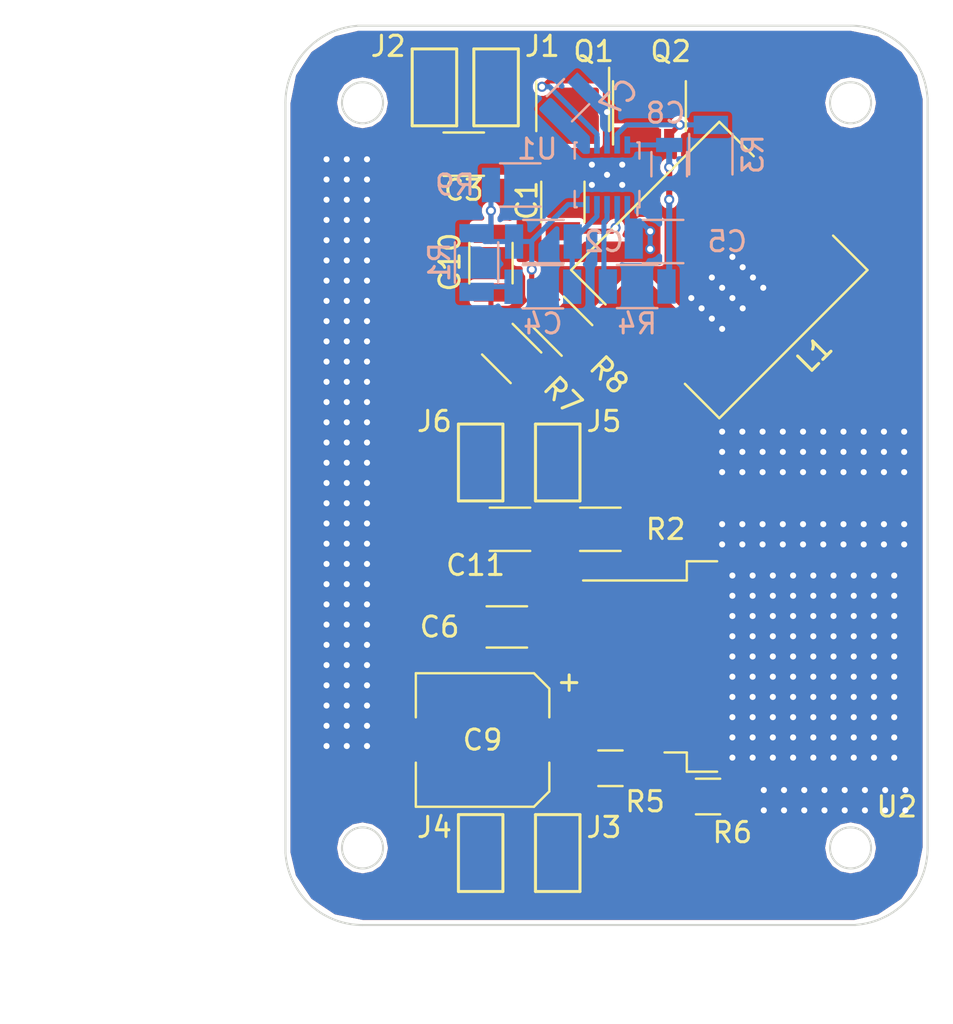
<source format=kicad_pcb>
(kicad_pcb (version 4) (host pcbnew 4.0.7)
  (layers (0 F.Cu signal) (31 B.Cu signal) (34 B.Paste user) (35 F.Paste user) (36 B.SilkS user) (37 F.SilkS user) (38 B.Mask user) (39 F.Mask user) (44 Edge.Cuts user))
  (net 0 "")
  (net 1 GNDREF)
  (net 2 "Net-(C1-Pad2)")
  (net 3 "Net-(C2-Pad1)")
  (net 4 "Net-(C10-Pad2)")
  (net 5 "Net-(C4-Pad2)")
  (net 6 linear)
  (net 7 "Net-(C7-Pad1)")
  (net 8 "Net-(C7-Pad2)")
  (net 9 "Net-(C8-Pad1)")
  (net 10 "Net-(C10-Pad1)")
  (net 11 "Net-(R2-Pad2)")
  (net 12 "Net-(R4-Pad1)")
  (net 13 "Net-(R5-Pad2)")
  (net 14 "Net-(C3-Pad1)")
  (net 15 "Net-(C9-Pad1)")
  (net 16 "Net-(Q1-Pad1)")
  (net 17 "Net-(Q2-Pad1)")
  (module trans_custom_pkg:VIA_0.5x0.3drill (layer F.Cu) (at 150.748 106.028)
    (fp_text reference REF** hide)
    (fp_text value VIA_0.5x0.3drill hide)
    (pad 1 thru_hole circle (at 0 0) (size 0.5 0.5) (drill 0.3) (layers *.Cu) (net 1 GNDREF))
  )
  (module trans_custom_pkg:VIA_0.5x0.3drill (layer F.Cu) (at 149.748 106.028)
    (fp_text reference REF** hide)
    (fp_text value VIA_0.5x0.3drill hide)
    (pad 1 thru_hole circle (at 0 0) (size 0.5 0.5) (drill 0.3) (layers *.Cu) (net 1 GNDREF))
  )
  (module trans_custom_pkg:VIA_0.5x0.3drill (layer F.Cu) (at 148.748 106.028)
    (fp_text reference REF** hide)
    (fp_text value VIA_0.5x0.3drill hide)
    (pad 1 thru_hole circle (at 0 0) (size 0.5 0.5) (drill 0.3) (layers *.Cu) (net 1 GNDREF))
  )
  (module trans_custom_pkg:VIA_0.5x0.3drill (layer F.Cu) (at 147.748 106.028)
    (fp_text reference REF** hide)
    (fp_text value VIA_0.5x0.3drill hide)
    (pad 1 thru_hole circle (at 0 0) (size 0.5 0.5) (drill 0.3) (layers *.Cu) (net 1 GNDREF))
  )
  (module trans_custom_pkg:VIA_0.5x0.3drill (layer F.Cu) (at 146.748 106.028)
    (fp_text reference REF** hide)
    (fp_text value VIA_0.5x0.3drill hide)
    (pad 1 thru_hole circle (at 0 0) (size 0.5 0.5) (drill 0.3) (layers *.Cu) (net 1 GNDREF))
  )
  (module trans_custom_pkg:VIA_0.5x0.3drill (layer F.Cu) (at 145.748 106.028)
    (fp_text reference REF** hide)
    (fp_text value VIA_0.5x0.3drill hide)
    (pad 1 thru_hole circle (at 0 0) (size 0.5 0.5) (drill 0.3) (layers *.Cu) (net 1 GNDREF))
  )
  (module trans_custom_pkg:VIA_0.5x0.3drill (layer F.Cu) (at 144.748 106.028)
    (fp_text reference REF** hide)
    (fp_text value VIA_0.5x0.3drill hide)
    (pad 1 thru_hole circle (at 0 0) (size 0.5 0.5) (drill 0.3) (layers *.Cu) (net 1 GNDREF))
  )
  (module trans_custom_pkg:VIA_0.5x0.3drill (layer F.Cu) (at 143.748 106.028)
    (fp_text reference REF** hide)
    (fp_text value VIA_0.5x0.3drill hide)
    (pad 1 thru_hole circle (at 0 0) (size 0.5 0.5) (drill 0.3) (layers *.Cu) (net 1 GNDREF))
  )
  (module trans_custom_pkg:VIA_0.5x0.3drill (layer F.Cu) (at 142.748 106.028)
    (fp_text reference REF** hide)
    (fp_text value VIA_0.5x0.3drill hide)
    (pad 1 thru_hole circle (at 0 0) (size 0.5 0.5) (drill 0.3) (layers *.Cu) (net 1 GNDREF))
  )
  (module trans_custom_pkg:VIA_0.5x0.3drill (layer F.Cu) (at 150.748 105.028)
    (fp_text reference REF** hide)
    (fp_text value VIA_0.5x0.3drill hide)
    (pad 1 thru_hole circle (at 0 0) (size 0.5 0.5) (drill 0.3) (layers *.Cu) (net 1 GNDREF))
  )
  (module trans_custom_pkg:VIA_0.5x0.3drill (layer F.Cu) (at 149.748 105.028)
    (fp_text reference REF** hide)
    (fp_text value VIA_0.5x0.3drill hide)
    (pad 1 thru_hole circle (at 0 0) (size 0.5 0.5) (drill 0.3) (layers *.Cu) (net 1 GNDREF))
  )
  (module trans_custom_pkg:VIA_0.5x0.3drill (layer F.Cu) (at 148.748 105.028)
    (fp_text reference REF** hide)
    (fp_text value VIA_0.5x0.3drill hide)
    (pad 1 thru_hole circle (at 0 0) (size 0.5 0.5) (drill 0.3) (layers *.Cu) (net 1 GNDREF))
  )
  (module trans_custom_pkg:VIA_0.5x0.3drill (layer F.Cu) (at 147.748 105.028)
    (fp_text reference REF** hide)
    (fp_text value VIA_0.5x0.3drill hide)
    (pad 1 thru_hole circle (at 0 0) (size 0.5 0.5) (drill 0.3) (layers *.Cu) (net 1 GNDREF))
  )
  (module trans_custom_pkg:VIA_0.5x0.3drill (layer F.Cu) (at 146.748 105.028)
    (fp_text reference REF** hide)
    (fp_text value VIA_0.5x0.3drill hide)
    (pad 1 thru_hole circle (at 0 0) (size 0.5 0.5) (drill 0.3) (layers *.Cu) (net 1 GNDREF))
  )
  (module trans_custom_pkg:VIA_0.5x0.3drill (layer F.Cu) (at 145.748 105.028)
    (fp_text reference REF** hide)
    (fp_text value VIA_0.5x0.3drill hide)
    (pad 1 thru_hole circle (at 0 0) (size 0.5 0.5) (drill 0.3) (layers *.Cu) (net 1 GNDREF))
  )
  (module trans_custom_pkg:VIA_0.5x0.3drill (layer F.Cu) (at 144.748 105.028)
    (fp_text reference REF** hide)
    (fp_text value VIA_0.5x0.3drill hide)
    (pad 1 thru_hole circle (at 0 0) (size 0.5 0.5) (drill 0.3) (layers *.Cu) (net 1 GNDREF))
  )
  (module trans_custom_pkg:VIA_0.5x0.3drill (layer F.Cu) (at 143.748 105.028)
    (fp_text reference REF** hide)
    (fp_text value VIA_0.5x0.3drill hide)
    (pad 1 thru_hole circle (at 0 0) (size 0.5 0.5) (drill 0.3) (layers *.Cu) (net 1 GNDREF))
  )
  (module trans_custom_pkg:VIA_0.5x0.3drill (layer F.Cu) (at 142.748 105.028)
    (fp_text reference REF** hide)
    (fp_text value VIA_0.5x0.3drill hide)
    (pad 1 thru_hole circle (at 0 0) (size 0.5 0.5) (drill 0.3) (layers *.Cu) (net 1 GNDREF))
  )
  (module trans_custom_pkg:VIA_0.5x0.3drill (layer F.Cu) (at 150.748 104.028)
    (fp_text reference REF** hide)
    (fp_text value VIA_0.5x0.3drill hide)
    (pad 1 thru_hole circle (at 0 0) (size 0.5 0.5) (drill 0.3) (layers *.Cu) (net 1 GNDREF))
  )
  (module trans_custom_pkg:VIA_0.5x0.3drill (layer F.Cu) (at 149.748 104.028)
    (fp_text reference REF** hide)
    (fp_text value VIA_0.5x0.3drill hide)
    (pad 1 thru_hole circle (at 0 0) (size 0.5 0.5) (drill 0.3) (layers *.Cu) (net 1 GNDREF))
  )
  (module trans_custom_pkg:VIA_0.5x0.3drill (layer F.Cu) (at 148.748 104.028)
    (fp_text reference REF** hide)
    (fp_text value VIA_0.5x0.3drill hide)
    (pad 1 thru_hole circle (at 0 0) (size 0.5 0.5) (drill 0.3) (layers *.Cu) (net 1 GNDREF))
  )
  (module trans_custom_pkg:VIA_0.5x0.3drill (layer F.Cu) (at 147.748 104.028)
    (fp_text reference REF** hide)
    (fp_text value VIA_0.5x0.3drill hide)
    (pad 1 thru_hole circle (at 0 0) (size 0.5 0.5) (drill 0.3) (layers *.Cu) (net 1 GNDREF))
  )
  (module trans_custom_pkg:VIA_0.5x0.3drill (layer F.Cu) (at 146.748 104.028)
    (fp_text reference REF** hide)
    (fp_text value VIA_0.5x0.3drill hide)
    (pad 1 thru_hole circle (at 0 0) (size 0.5 0.5) (drill 0.3) (layers *.Cu) (net 1 GNDREF))
  )
  (module trans_custom_pkg:VIA_0.5x0.3drill (layer F.Cu) (at 145.748 104.028)
    (fp_text reference REF** hide)
    (fp_text value VIA_0.5x0.3drill hide)
    (pad 1 thru_hole circle (at 0 0) (size 0.5 0.5) (drill 0.3) (layers *.Cu) (net 1 GNDREF))
  )
  (module trans_custom_pkg:VIA_0.5x0.3drill (layer F.Cu) (at 144.748 104.028)
    (fp_text reference REF** hide)
    (fp_text value VIA_0.5x0.3drill hide)
    (pad 1 thru_hole circle (at 0 0) (size 0.5 0.5) (drill 0.3) (layers *.Cu) (net 1 GNDREF))
  )
  (module trans_custom_pkg:VIA_0.5x0.3drill (layer F.Cu) (at 143.748 104.028)
    (fp_text reference REF** hide)
    (fp_text value VIA_0.5x0.3drill hide)
    (pad 1 thru_hole circle (at 0 0) (size 0.5 0.5) (drill 0.3) (layers *.Cu) (net 1 GNDREF))
  )
  (module trans_custom_pkg:VIA_0.5x0.3drill (layer F.Cu) (at 142.748 104.028)
    (fp_text reference REF** hide)
    (fp_text value VIA_0.5x0.3drill hide)
    (pad 1 thru_hole circle (at 0 0) (size 0.5 0.5) (drill 0.3) (layers *.Cu) (net 1 GNDREF))
  )
  (module trans_custom_pkg:VIA_0.5x0.3drill (layer F.Cu) (at 150.748 103.028)
    (fp_text reference REF** hide)
    (fp_text value VIA_0.5x0.3drill hide)
    (pad 1 thru_hole circle (at 0 0) (size 0.5 0.5) (drill 0.3) (layers *.Cu) (net 1 GNDREF))
  )
  (module trans_custom_pkg:VIA_0.5x0.3drill (layer F.Cu) (at 149.748 103.028)
    (fp_text reference REF** hide)
    (fp_text value VIA_0.5x0.3drill hide)
    (pad 1 thru_hole circle (at 0 0) (size 0.5 0.5) (drill 0.3) (layers *.Cu) (net 1 GNDREF))
  )
  (module trans_custom_pkg:VIA_0.5x0.3drill (layer F.Cu) (at 148.748 103.028)
    (fp_text reference REF** hide)
    (fp_text value VIA_0.5x0.3drill hide)
    (pad 1 thru_hole circle (at 0 0) (size 0.5 0.5) (drill 0.3) (layers *.Cu) (net 1 GNDREF))
  )
  (module trans_custom_pkg:VIA_0.5x0.3drill (layer F.Cu) (at 147.748 103.028)
    (fp_text reference REF** hide)
    (fp_text value VIA_0.5x0.3drill hide)
    (pad 1 thru_hole circle (at 0 0) (size 0.5 0.5) (drill 0.3) (layers *.Cu) (net 1 GNDREF))
  )
  (module trans_custom_pkg:VIA_0.5x0.3drill (layer F.Cu) (at 146.748 103.028)
    (fp_text reference REF** hide)
    (fp_text value VIA_0.5x0.3drill hide)
    (pad 1 thru_hole circle (at 0 0) (size 0.5 0.5) (drill 0.3) (layers *.Cu) (net 1 GNDREF))
  )
  (module trans_custom_pkg:VIA_0.5x0.3drill (layer F.Cu) (at 145.748 103.028)
    (fp_text reference REF** hide)
    (fp_text value VIA_0.5x0.3drill hide)
    (pad 1 thru_hole circle (at 0 0) (size 0.5 0.5) (drill 0.3) (layers *.Cu) (net 1 GNDREF))
  )
  (module trans_custom_pkg:VIA_0.5x0.3drill (layer F.Cu) (at 144.748 103.028)
    (fp_text reference REF** hide)
    (fp_text value VIA_0.5x0.3drill hide)
    (pad 1 thru_hole circle (at 0 0) (size 0.5 0.5) (drill 0.3) (layers *.Cu) (net 1 GNDREF))
  )
  (module trans_custom_pkg:VIA_0.5x0.3drill (layer F.Cu) (at 143.748 103.028)
    (fp_text reference REF** hide)
    (fp_text value VIA_0.5x0.3drill hide)
    (pad 1 thru_hole circle (at 0 0) (size 0.5 0.5) (drill 0.3) (layers *.Cu) (net 1 GNDREF))
  )
  (module trans_custom_pkg:VIA_0.5x0.3drill (layer F.Cu) (at 142.748 103.028)
    (fp_text reference REF** hide)
    (fp_text value VIA_0.5x0.3drill hide)
    (pad 1 thru_hole circle (at 0 0) (size 0.5 0.5) (drill 0.3) (layers *.Cu) (net 1 GNDREF))
  )
  (module trans_custom_pkg:VIA_0.5x0.3drill (layer F.Cu) (at 150.748 102.028)
    (fp_text reference REF** hide)
    (fp_text value VIA_0.5x0.3drill hide)
    (pad 1 thru_hole circle (at 0 0) (size 0.5 0.5) (drill 0.3) (layers *.Cu) (net 1 GNDREF))
  )
  (module trans_custom_pkg:VIA_0.5x0.3drill (layer F.Cu) (at 149.748 102.028)
    (fp_text reference REF** hide)
    (fp_text value VIA_0.5x0.3drill hide)
    (pad 1 thru_hole circle (at 0 0) (size 0.5 0.5) (drill 0.3) (layers *.Cu) (net 1 GNDREF))
  )
  (module trans_custom_pkg:VIA_0.5x0.3drill (layer F.Cu) (at 148.748 102.028)
    (fp_text reference REF** hide)
    (fp_text value VIA_0.5x0.3drill hide)
    (pad 1 thru_hole circle (at 0 0) (size 0.5 0.5) (drill 0.3) (layers *.Cu) (net 1 GNDREF))
  )
  (module trans_custom_pkg:VIA_0.5x0.3drill (layer F.Cu) (at 147.748 102.028)
    (fp_text reference REF** hide)
    (fp_text value VIA_0.5x0.3drill hide)
    (pad 1 thru_hole circle (at 0 0) (size 0.5 0.5) (drill 0.3) (layers *.Cu) (net 1 GNDREF))
  )
  (module trans_custom_pkg:VIA_0.5x0.3drill (layer F.Cu) (at 146.748 102.028)
    (fp_text reference REF** hide)
    (fp_text value VIA_0.5x0.3drill hide)
    (pad 1 thru_hole circle (at 0 0) (size 0.5 0.5) (drill 0.3) (layers *.Cu) (net 1 GNDREF))
  )
  (module trans_custom_pkg:VIA_0.5x0.3drill (layer F.Cu) (at 145.748 102.028)
    (fp_text reference REF** hide)
    (fp_text value VIA_0.5x0.3drill hide)
    (pad 1 thru_hole circle (at 0 0) (size 0.5 0.5) (drill 0.3) (layers *.Cu) (net 1 GNDREF))
  )
  (module trans_custom_pkg:VIA_0.5x0.3drill (layer F.Cu) (at 144.748 102.028)
    (fp_text reference REF** hide)
    (fp_text value VIA_0.5x0.3drill hide)
    (pad 1 thru_hole circle (at 0 0) (size 0.5 0.5) (drill 0.3) (layers *.Cu) (net 1 GNDREF))
  )
  (module trans_custom_pkg:VIA_0.5x0.3drill (layer F.Cu) (at 143.748 102.028)
    (fp_text reference REF** hide)
    (fp_text value VIA_0.5x0.3drill hide)
    (pad 1 thru_hole circle (at 0 0) (size 0.5 0.5) (drill 0.3) (layers *.Cu) (net 1 GNDREF))
  )
  (module trans_custom_pkg:VIA_0.5x0.3drill (layer F.Cu) (at 142.748 102.028)
    (fp_text reference REF** hide)
    (fp_text value VIA_0.5x0.3drill hide)
    (pad 1 thru_hole circle (at 0 0) (size 0.5 0.5) (drill 0.3) (layers *.Cu) (net 1 GNDREF))
  )
  (module trans_custom_pkg:VIA_0.5x0.3drill (layer F.Cu) (at 150.748 101.028)
    (fp_text reference REF** hide)
    (fp_text value VIA_0.5x0.3drill hide)
    (pad 1 thru_hole circle (at 0 0) (size 0.5 0.5) (drill 0.3) (layers *.Cu) (net 1 GNDREF))
  )
  (module trans_custom_pkg:VIA_0.5x0.3drill (layer F.Cu) (at 149.748 101.028)
    (fp_text reference REF** hide)
    (fp_text value VIA_0.5x0.3drill hide)
    (pad 1 thru_hole circle (at 0 0) (size 0.5 0.5) (drill 0.3) (layers *.Cu) (net 1 GNDREF))
  )
  (module trans_custom_pkg:VIA_0.5x0.3drill (layer F.Cu) (at 148.748 101.028)
    (fp_text reference REF** hide)
    (fp_text value VIA_0.5x0.3drill hide)
    (pad 1 thru_hole circle (at 0 0) (size 0.5 0.5) (drill 0.3) (layers *.Cu) (net 1 GNDREF))
  )
  (module trans_custom_pkg:VIA_0.5x0.3drill (layer F.Cu) (at 147.748 101.028)
    (fp_text reference REF** hide)
    (fp_text value VIA_0.5x0.3drill hide)
    (pad 1 thru_hole circle (at 0 0) (size 0.5 0.5) (drill 0.3) (layers *.Cu) (net 1 GNDREF))
  )
  (module trans_custom_pkg:VIA_0.5x0.3drill (layer F.Cu) (at 146.748 101.028)
    (fp_text reference REF** hide)
    (fp_text value VIA_0.5x0.3drill hide)
    (pad 1 thru_hole circle (at 0 0) (size 0.5 0.5) (drill 0.3) (layers *.Cu) (net 1 GNDREF))
  )
  (module trans_custom_pkg:VIA_0.5x0.3drill (layer F.Cu) (at 145.748 101.028)
    (fp_text reference REF** hide)
    (fp_text value VIA_0.5x0.3drill hide)
    (pad 1 thru_hole circle (at 0 0) (size 0.5 0.5) (drill 0.3) (layers *.Cu) (net 1 GNDREF))
  )
  (module trans_custom_pkg:VIA_0.5x0.3drill (layer F.Cu) (at 144.748 101.028)
    (fp_text reference REF** hide)
    (fp_text value VIA_0.5x0.3drill hide)
    (pad 1 thru_hole circle (at 0 0) (size 0.5 0.5) (drill 0.3) (layers *.Cu) (net 1 GNDREF))
  )
  (module trans_custom_pkg:VIA_0.5x0.3drill (layer F.Cu) (at 143.748 101.028)
    (fp_text reference REF** hide)
    (fp_text value VIA_0.5x0.3drill hide)
    (pad 1 thru_hole circle (at 0 0) (size 0.5 0.5) (drill 0.3) (layers *.Cu) (net 1 GNDREF))
  )
  (module trans_custom_pkg:VIA_0.5x0.3drill (layer F.Cu) (at 142.748 101.028)
    (fp_text reference REF** hide)
    (fp_text value VIA_0.5x0.3drill hide)
    (pad 1 thru_hole circle (at 0 0) (size 0.5 0.5) (drill 0.3) (layers *.Cu) (net 1 GNDREF))
  )
  (module trans_custom_pkg:VIA_0.5x0.3drill (layer F.Cu) (at 150.748 100.028)
    (fp_text reference REF** hide)
    (fp_text value VIA_0.5x0.3drill hide)
    (pad 1 thru_hole circle (at 0 0) (size 0.5 0.5) (drill 0.3) (layers *.Cu) (net 1 GNDREF))
  )
  (module trans_custom_pkg:VIA_0.5x0.3drill (layer F.Cu) (at 149.748 100.028)
    (fp_text reference REF** hide)
    (fp_text value VIA_0.5x0.3drill hide)
    (pad 1 thru_hole circle (at 0 0) (size 0.5 0.5) (drill 0.3) (layers *.Cu) (net 1 GNDREF))
  )
  (module trans_custom_pkg:VIA_0.5x0.3drill (layer F.Cu) (at 148.748 100.028)
    (fp_text reference REF** hide)
    (fp_text value VIA_0.5x0.3drill hide)
    (pad 1 thru_hole circle (at 0 0) (size 0.5 0.5) (drill 0.3) (layers *.Cu) (net 1 GNDREF))
  )
  (module trans_custom_pkg:VIA_0.5x0.3drill (layer F.Cu) (at 147.748 100.028)
    (fp_text reference REF** hide)
    (fp_text value VIA_0.5x0.3drill hide)
    (pad 1 thru_hole circle (at 0 0) (size 0.5 0.5) (drill 0.3) (layers *.Cu) (net 1 GNDREF))
  )
  (module trans_custom_pkg:VIA_0.5x0.3drill (layer F.Cu) (at 146.748 100.028)
    (fp_text reference REF** hide)
    (fp_text value VIA_0.5x0.3drill hide)
    (pad 1 thru_hole circle (at 0 0) (size 0.5 0.5) (drill 0.3) (layers *.Cu) (net 1 GNDREF))
  )
  (module trans_custom_pkg:VIA_0.5x0.3drill (layer F.Cu) (at 145.748 100.028)
    (fp_text reference REF** hide)
    (fp_text value VIA_0.5x0.3drill hide)
    (pad 1 thru_hole circle (at 0 0) (size 0.5 0.5) (drill 0.3) (layers *.Cu) (net 1 GNDREF))
  )
  (module trans_custom_pkg:VIA_0.5x0.3drill (layer F.Cu) (at 144.748 100.028)
    (fp_text reference REF** hide)
    (fp_text value VIA_0.5x0.3drill hide)
    (pad 1 thru_hole circle (at 0 0) (size 0.5 0.5) (drill 0.3) (layers *.Cu) (net 1 GNDREF))
  )
  (module trans_custom_pkg:VIA_0.5x0.3drill (layer F.Cu) (at 143.748 100.028)
    (fp_text reference REF** hide)
    (fp_text value VIA_0.5x0.3drill hide)
    (pad 1 thru_hole circle (at 0 0) (size 0.5 0.5) (drill 0.3) (layers *.Cu) (net 1 GNDREF))
  )
  (module trans_custom_pkg:VIA_0.5x0.3drill (layer F.Cu) (at 142.748 100.028)
    (fp_text reference REF** hide)
    (fp_text value VIA_0.5x0.3drill hide)
    (pad 1 thru_hole circle (at 0 0) (size 0.5 0.5) (drill 0.3) (layers *.Cu) (net 1 GNDREF))
  )
  (module trans_custom_pkg:VIA_0.5x0.3drill (layer F.Cu) (at 150.748 99.028)
    (fp_text reference REF** hide)
    (fp_text value VIA_0.5x0.3drill hide)
    (pad 1 thru_hole circle (at 0 0) (size 0.5 0.5) (drill 0.3) (layers *.Cu) (net 1 GNDREF))
  )
  (module trans_custom_pkg:VIA_0.5x0.3drill (layer F.Cu) (at 149.748 99.028)
    (fp_text reference REF** hide)
    (fp_text value VIA_0.5x0.3drill hide)
    (pad 1 thru_hole circle (at 0 0) (size 0.5 0.5) (drill 0.3) (layers *.Cu) (net 1 GNDREF))
  )
  (module trans_custom_pkg:VIA_0.5x0.3drill (layer F.Cu) (at 148.748 99.028)
    (fp_text reference REF** hide)
    (fp_text value VIA_0.5x0.3drill hide)
    (pad 1 thru_hole circle (at 0 0) (size 0.5 0.5) (drill 0.3) (layers *.Cu) (net 1 GNDREF))
  )
  (module trans_custom_pkg:VIA_0.5x0.3drill (layer F.Cu) (at 147.748 99.028)
    (fp_text reference REF** hide)
    (fp_text value VIA_0.5x0.3drill hide)
    (pad 1 thru_hole circle (at 0 0) (size 0.5 0.5) (drill 0.3) (layers *.Cu) (net 1 GNDREF))
  )
  (module trans_custom_pkg:VIA_0.5x0.3drill (layer F.Cu) (at 146.748 99.028)
    (fp_text reference REF** hide)
    (fp_text value VIA_0.5x0.3drill hide)
    (pad 1 thru_hole circle (at 0 0) (size 0.5 0.5) (drill 0.3) (layers *.Cu) (net 1 GNDREF))
  )
  (module trans_custom_pkg:VIA_0.5x0.3drill (layer F.Cu) (at 145.748 99.028)
    (fp_text reference REF** hide)
    (fp_text value VIA_0.5x0.3drill hide)
    (pad 1 thru_hole circle (at 0 0) (size 0.5 0.5) (drill 0.3) (layers *.Cu) (net 1 GNDREF))
  )
  (module trans_custom_pkg:VIA_0.5x0.3drill (layer F.Cu) (at 144.748 99.028)
    (fp_text reference REF** hide)
    (fp_text value VIA_0.5x0.3drill hide)
    (pad 1 thru_hole circle (at 0 0) (size 0.5 0.5) (drill 0.3) (layers *.Cu) (net 1 GNDREF))
  )
  (module trans_custom_pkg:VIA_0.5x0.3drill (layer F.Cu) (at 143.748 99.028)
    (fp_text reference REF** hide)
    (fp_text value VIA_0.5x0.3drill hide)
    (pad 1 thru_hole circle (at 0 0) (size 0.5 0.5) (drill 0.3) (layers *.Cu) (net 1 GNDREF))
  )
  (module trans_custom_pkg:VIA_0.5x0.3drill (layer F.Cu) (at 142.748 99.028)
    (fp_text reference REF** hide)
    (fp_text value VIA_0.5x0.3drill hide)
    (pad 1 thru_hole circle (at 0 0) (size 0.5 0.5) (drill 0.3) (layers *.Cu) (net 1 GNDREF))
  )
  (module trans_custom_pkg:VIA_0.5x0.3drill (layer F.Cu) (at 150.748 98.028)
    (fp_text reference REF** hide)
    (fp_text value VIA_0.5x0.3drill hide)
    (pad 1 thru_hole circle (at 0 0) (size 0.5 0.5) (drill 0.3) (layers *.Cu) (net 1 GNDREF))
  )
  (module trans_custom_pkg:VIA_0.5x0.3drill (layer F.Cu) (at 149.748 98.028)
    (fp_text reference REF** hide)
    (fp_text value VIA_0.5x0.3drill hide)
    (pad 1 thru_hole circle (at 0 0) (size 0.5 0.5) (drill 0.3) (layers *.Cu) (net 1 GNDREF))
  )
  (module trans_custom_pkg:VIA_0.5x0.3drill (layer F.Cu) (at 148.748 98.028)
    (fp_text reference REF** hide)
    (fp_text value VIA_0.5x0.3drill hide)
    (pad 1 thru_hole circle (at 0 0) (size 0.5 0.5) (drill 0.3) (layers *.Cu) (net 1 GNDREF))
  )
  (module trans_custom_pkg:VIA_0.5x0.3drill (layer F.Cu) (at 147.748 98.028)
    (fp_text reference REF** hide)
    (fp_text value VIA_0.5x0.3drill hide)
    (pad 1 thru_hole circle (at 0 0) (size 0.5 0.5) (drill 0.3) (layers *.Cu) (net 1 GNDREF))
  )
  (module trans_custom_pkg:VIA_0.5x0.3drill (layer F.Cu) (at 146.748 98.028)
    (fp_text reference REF** hide)
    (fp_text value VIA_0.5x0.3drill hide)
    (pad 1 thru_hole circle (at 0 0) (size 0.5 0.5) (drill 0.3) (layers *.Cu) (net 1 GNDREF))
  )
  (module trans_custom_pkg:VIA_0.5x0.3drill (layer F.Cu) (at 145.748 98.028)
    (fp_text reference REF** hide)
    (fp_text value VIA_0.5x0.3drill hide)
    (pad 1 thru_hole circle (at 0 0) (size 0.5 0.5) (drill 0.3) (layers *.Cu) (net 1 GNDREF))
  )
  (module trans_custom_pkg:VIA_0.5x0.3drill (layer F.Cu) (at 144.748 98.028)
    (fp_text reference REF** hide)
    (fp_text value VIA_0.5x0.3drill hide)
    (pad 1 thru_hole circle (at 0 0) (size 0.5 0.5) (drill 0.3) (layers *.Cu) (net 1 GNDREF))
  )
  (module trans_custom_pkg:VIA_0.5x0.3drill (layer F.Cu) (at 143.748 98.028)
    (fp_text reference REF** hide)
    (fp_text value VIA_0.5x0.3drill hide)
    (pad 1 thru_hole circle (at 0 0) (size 0.5 0.5) (drill 0.3) (layers *.Cu) (net 1 GNDREF))
  )
  (module trans_custom_pkg:VIA_0.5x0.3drill (layer F.Cu) (at 142.748 98.028)
    (fp_text reference REF** hide)
    (fp_text value VIA_0.5x0.3drill hide)
    (pad 1 thru_hole circle (at 0 0) (size 0.5 0.5) (drill 0.3) (layers *.Cu) (net 1 GNDREF))
  )
  (module trans_custom_pkg:VIA_0.5x0.3drill (layer F.Cu) (at 150.748 97.028)
    (fp_text reference REF** hide)
    (fp_text value VIA_0.5x0.3drill hide)
    (pad 1 thru_hole circle (at 0 0) (size 0.5 0.5) (drill 0.3) (layers *.Cu) (net 1 GNDREF))
  )
  (module trans_custom_pkg:VIA_0.5x0.3drill (layer F.Cu) (at 149.748 97.028)
    (fp_text reference REF** hide)
    (fp_text value VIA_0.5x0.3drill hide)
    (pad 1 thru_hole circle (at 0 0) (size 0.5 0.5) (drill 0.3) (layers *.Cu) (net 1 GNDREF))
  )
  (module trans_custom_pkg:VIA_0.5x0.3drill (layer F.Cu) (at 148.748 97.028)
    (fp_text reference REF** hide)
    (fp_text value VIA_0.5x0.3drill hide)
    (pad 1 thru_hole circle (at 0 0) (size 0.5 0.5) (drill 0.3) (layers *.Cu) (net 1 GNDREF))
  )
  (module trans_custom_pkg:VIA_0.5x0.3drill (layer F.Cu) (at 147.748 97.028)
    (fp_text reference REF** hide)
    (fp_text value VIA_0.5x0.3drill hide)
    (pad 1 thru_hole circle (at 0 0) (size 0.5 0.5) (drill 0.3) (layers *.Cu) (net 1 GNDREF))
  )
  (module trans_custom_pkg:VIA_0.5x0.3drill (layer F.Cu) (at 146.748 97.028)
    (fp_text reference REF** hide)
    (fp_text value VIA_0.5x0.3drill hide)
    (pad 1 thru_hole circle (at 0 0) (size 0.5 0.5) (drill 0.3) (layers *.Cu) (net 1 GNDREF))
  )
  (module trans_custom_pkg:VIA_0.5x0.3drill (layer F.Cu) (at 145.748 97.028)
    (fp_text reference REF** hide)
    (fp_text value VIA_0.5x0.3drill hide)
    (pad 1 thru_hole circle (at 0 0) (size 0.5 0.5) (drill 0.3) (layers *.Cu) (net 1 GNDREF))
  )
  (module trans_custom_pkg:VIA_0.5x0.3drill (layer F.Cu) (at 144.748 97.028)
    (fp_text reference REF** hide)
    (fp_text value VIA_0.5x0.3drill hide)
    (pad 1 thru_hole circle (at 0 0) (size 0.5 0.5) (drill 0.3) (layers *.Cu) (net 1 GNDREF))
  )
  (module trans_custom_pkg:VIA_0.5x0.3drill (layer F.Cu) (at 143.748 97.028)
    (fp_text reference REF** hide)
    (fp_text value VIA_0.5x0.3drill hide)
    (pad 1 thru_hole circle (at 0 0) (size 0.5 0.5) (drill 0.3) (layers *.Cu) (net 1 GNDREF))
  )
  (module trans_custom_pkg:VIA_0.5x0.3drill (layer F.Cu) (at 142.748 97.028)
    (fp_text reference REF** hide)
    (fp_text value VIA_0.5x0.3drill hide)
    (pad 1 thru_hole circle (at 0 0) (size 0.5 0.5) (drill 0.3) (layers *.Cu) (net 1 GNDREF))
  )
  (module trans_custom_pkg:VIA_0.5x0.3drill (layer F.Cu) (at 151.24 91.916)
    (fp_text reference REF** hide)
    (fp_text value VIA_0.5x0.3drill hide)
    (pad 1 thru_hole circle (at 0 0) (size 0.5 0.5) (drill 0.3) (layers *.Cu) (net 1 GNDREF))
  )
  (module trans_custom_pkg:VIA_0.5x0.3drill (layer F.Cu) (at 150.24 91.916)
    (fp_text reference REF** hide)
    (fp_text value VIA_0.5x0.3drill hide)
    (pad 1 thru_hole circle (at 0 0) (size 0.5 0.5) (drill 0.3) (layers *.Cu) (net 1 GNDREF))
  )
  (module trans_custom_pkg:VIA_0.5x0.3drill (layer F.Cu) (at 149.24 91.916)
    (fp_text reference REF** hide)
    (fp_text value VIA_0.5x0.3drill hide)
    (pad 1 thru_hole circle (at 0 0) (size 0.5 0.5) (drill 0.3) (layers *.Cu) (net 1 GNDREF))
  )
  (module trans_custom_pkg:VIA_0.5x0.3drill (layer F.Cu) (at 148.24 91.916)
    (fp_text reference REF** hide)
    (fp_text value VIA_0.5x0.3drill hide)
    (pad 1 thru_hole circle (at 0 0) (size 0.5 0.5) (drill 0.3) (layers *.Cu) (net 1 GNDREF))
  )
  (module trans_custom_pkg:VIA_0.5x0.3drill (layer F.Cu) (at 147.24 91.916)
    (fp_text reference REF** hide)
    (fp_text value VIA_0.5x0.3drill hide)
    (pad 1 thru_hole circle (at 0 0) (size 0.5 0.5) (drill 0.3) (layers *.Cu) (net 1 GNDREF))
  )
  (module trans_custom_pkg:VIA_0.5x0.3drill (layer F.Cu) (at 146.24 91.916)
    (fp_text reference REF** hide)
    (fp_text value VIA_0.5x0.3drill hide)
    (pad 1 thru_hole circle (at 0 0) (size 0.5 0.5) (drill 0.3) (layers *.Cu) (net 1 GNDREF))
  )
  (module trans_custom_pkg:VIA_0.5x0.3drill (layer F.Cu) (at 145.24 91.916)
    (fp_text reference REF** hide)
    (fp_text value VIA_0.5x0.3drill hide)
    (pad 1 thru_hole circle (at 0 0) (size 0.5 0.5) (drill 0.3) (layers *.Cu) (net 1 GNDREF))
  )
  (module trans_custom_pkg:VIA_0.5x0.3drill (layer F.Cu) (at 144.24 91.916)
    (fp_text reference REF** hide)
    (fp_text value VIA_0.5x0.3drill hide)
    (pad 1 thru_hole circle (at 0 0) (size 0.5 0.5) (drill 0.3) (layers *.Cu) (net 1 GNDREF))
  )
  (module trans_custom_pkg:VIA_0.5x0.3drill (layer F.Cu) (at 143.24 91.916)
    (fp_text reference REF** hide)
    (fp_text value VIA_0.5x0.3drill hide)
    (pad 1 thru_hole circle (at 0 0) (size 0.5 0.5) (drill 0.3) (layers *.Cu) (net 1 GNDREF))
  )
  (module trans_custom_pkg:VIA_0.5x0.3drill (layer F.Cu) (at 142.24 91.916)
    (fp_text reference REF** hide)
    (fp_text value VIA_0.5x0.3drill hide)
    (pad 1 thru_hole circle (at 0 0) (size 0.5 0.5) (drill 0.3) (layers *.Cu) (net 1 GNDREF))
  )
  (module trans_custom_pkg:VIA_0.5x0.3drill (layer F.Cu) (at 151.24 90.916)
    (fp_text reference REF** hide)
    (fp_text value VIA_0.5x0.3drill hide)
    (pad 1 thru_hole circle (at 0 0) (size 0.5 0.5) (drill 0.3) (layers *.Cu) (net 1 GNDREF))
  )
  (module trans_custom_pkg:VIA_0.5x0.3drill (layer F.Cu) (at 150.24 90.916)
    (fp_text reference REF** hide)
    (fp_text value VIA_0.5x0.3drill hide)
    (pad 1 thru_hole circle (at 0 0) (size 0.5 0.5) (drill 0.3) (layers *.Cu) (net 1 GNDREF))
  )
  (module trans_custom_pkg:VIA_0.5x0.3drill (layer F.Cu) (at 149.24 90.916)
    (fp_text reference REF** hide)
    (fp_text value VIA_0.5x0.3drill hide)
    (pad 1 thru_hole circle (at 0 0) (size 0.5 0.5) (drill 0.3) (layers *.Cu) (net 1 GNDREF))
  )
  (module trans_custom_pkg:VIA_0.5x0.3drill (layer F.Cu) (at 148.24 90.916)
    (fp_text reference REF** hide)
    (fp_text value VIA_0.5x0.3drill hide)
    (pad 1 thru_hole circle (at 0 0) (size 0.5 0.5) (drill 0.3) (layers *.Cu) (net 1 GNDREF))
  )
  (module trans_custom_pkg:VIA_0.5x0.3drill (layer F.Cu) (at 147.24 90.916)
    (fp_text reference REF** hide)
    (fp_text value VIA_0.5x0.3drill hide)
    (pad 1 thru_hole circle (at 0 0) (size 0.5 0.5) (drill 0.3) (layers *.Cu) (net 1 GNDREF))
  )
  (module trans_custom_pkg:VIA_0.5x0.3drill (layer F.Cu) (at 146.24 90.916)
    (fp_text reference REF** hide)
    (fp_text value VIA_0.5x0.3drill hide)
    (pad 1 thru_hole circle (at 0 0) (size 0.5 0.5) (drill 0.3) (layers *.Cu) (net 1 GNDREF))
  )
  (module trans_custom_pkg:VIA_0.5x0.3drill (layer F.Cu) (at 145.24 90.916)
    (fp_text reference REF** hide)
    (fp_text value VIA_0.5x0.3drill hide)
    (pad 1 thru_hole circle (at 0 0) (size 0.5 0.5) (drill 0.3) (layers *.Cu) (net 1 GNDREF))
  )
  (module trans_custom_pkg:VIA_0.5x0.3drill (layer F.Cu) (at 144.24 90.916)
    (fp_text reference REF** hide)
    (fp_text value VIA_0.5x0.3drill hide)
    (pad 1 thru_hole circle (at 0 0) (size 0.5 0.5) (drill 0.3) (layers *.Cu) (net 1 GNDREF))
  )
  (module trans_custom_pkg:VIA_0.5x0.3drill (layer F.Cu) (at 143.24 90.916)
    (fp_text reference REF** hide)
    (fp_text value VIA_0.5x0.3drill hide)
    (pad 1 thru_hole circle (at 0 0) (size 0.5 0.5) (drill 0.3) (layers *.Cu) (net 1 GNDREF))
  )
  (module trans_custom_pkg:VIA_0.5x0.3drill (layer F.Cu) (at 142.24 90.916)
    (fp_text reference REF** hide)
    (fp_text value VIA_0.5x0.3drill hide)
    (pad 1 thru_hole circle (at 0 0) (size 0.5 0.5) (drill 0.3) (layers *.Cu) (net 1 GNDREF))
  )
  (module trans_custom_pkg:VIA_0.5x0.3drill (layer F.Cu) (at 151.24 89.916)
    (fp_text reference REF** hide)
    (fp_text value VIA_0.5x0.3drill hide)
    (pad 1 thru_hole circle (at 0 0) (size 0.5 0.5) (drill 0.3) (layers *.Cu) (net 1 GNDREF))
  )
  (module trans_custom_pkg:VIA_0.5x0.3drill (layer F.Cu) (at 150.24 89.916)
    (fp_text reference REF** hide)
    (fp_text value VIA_0.5x0.3drill hide)
    (pad 1 thru_hole circle (at 0 0) (size 0.5 0.5) (drill 0.3) (layers *.Cu) (net 1 GNDREF))
  )
  (module trans_custom_pkg:VIA_0.5x0.3drill (layer F.Cu) (at 149.24 89.916)
    (fp_text reference REF** hide)
    (fp_text value VIA_0.5x0.3drill hide)
    (pad 1 thru_hole circle (at 0 0) (size 0.5 0.5) (drill 0.3) (layers *.Cu) (net 1 GNDREF))
  )
  (module trans_custom_pkg:VIA_0.5x0.3drill (layer F.Cu) (at 148.24 89.916)
    (fp_text reference REF** hide)
    (fp_text value VIA_0.5x0.3drill hide)
    (pad 1 thru_hole circle (at 0 0) (size 0.5 0.5) (drill 0.3) (layers *.Cu) (net 1 GNDREF))
  )
  (module trans_custom_pkg:VIA_0.5x0.3drill (layer F.Cu) (at 147.24 89.916)
    (fp_text reference REF** hide)
    (fp_text value VIA_0.5x0.3drill hide)
    (pad 1 thru_hole circle (at 0 0) (size 0.5 0.5) (drill 0.3) (layers *.Cu) (net 1 GNDREF))
  )
  (module trans_custom_pkg:VIA_0.5x0.3drill (layer F.Cu) (at 146.24 89.916)
    (fp_text reference REF** hide)
    (fp_text value VIA_0.5x0.3drill hide)
    (pad 1 thru_hole circle (at 0 0) (size 0.5 0.5) (drill 0.3) (layers *.Cu) (net 1 GNDREF))
  )
  (module trans_custom_pkg:VIA_0.5x0.3drill (layer F.Cu) (at 145.24 89.916)
    (fp_text reference REF** hide)
    (fp_text value VIA_0.5x0.3drill hide)
    (pad 1 thru_hole circle (at 0 0) (size 0.5 0.5) (drill 0.3) (layers *.Cu) (net 1 GNDREF))
  )
  (module trans_custom_pkg:VIA_0.5x0.3drill (layer F.Cu) (at 144.24 89.916)
    (fp_text reference REF** hide)
    (fp_text value VIA_0.5x0.3drill hide)
    (pad 1 thru_hole circle (at 0 0) (size 0.5 0.5) (drill 0.3) (layers *.Cu) (net 1 GNDREF))
  )
  (module trans_custom_pkg:VIA_0.5x0.3drill (layer F.Cu) (at 143.24 89.916)
    (fp_text reference REF** hide)
    (fp_text value VIA_0.5x0.3drill hide)
    (pad 1 thru_hole circle (at 0 0) (size 0.5 0.5) (drill 0.3) (layers *.Cu) (net 1 GNDREF))
  )
  (module trans_custom_pkg:VIA_0.5x0.3drill (layer F.Cu) (at 142.24 89.916)
    (fp_text reference REF** hide)
    (fp_text value VIA_0.5x0.3drill hide)
    (pad 1 thru_hole circle (at 0 0) (size 0.5 0.5) (drill 0.3) (layers *.Cu) (net 1 GNDREF))
  )
  (module trans_custom_pkg:VIA_0.5x0.3drill (layer F.Cu) (at 141.224 83.82)
    (fp_text reference REF** hide)
    (fp_text value VIA_0.5x0.3drill hide)
    (pad 1 thru_hole circle (at 0 0) (size 0.5 0.5) (drill 0.3) (layers *.Cu) (net 1 GNDREF))
  )
  (module trans_custom_pkg:VIA_0.5x0.3drill (layer F.Cu) (at 140.716 83.312)
    (fp_text reference REF** hide)
    (fp_text value VIA_0.5x0.3drill hide)
    (pad 1 thru_hole circle (at 0 0) (size 0.5 0.5) (drill 0.3) (layers *.Cu) (net 1 GNDREF))
  )
  (module trans_custom_pkg:VIA_0.5x0.3drill (layer F.Cu) (at 143.256 81.788)
    (fp_text reference REF** hide)
    (fp_text value VIA_0.5x0.3drill hide)
    (pad 1 thru_hole circle (at 0 0) (size 0.5 0.5) (drill 0.3) (layers *.Cu) (net 1 GNDREF))
  )
  (module trans_custom_pkg:VIA_0.5x0.3drill (layer F.Cu) (at 144.272 82.804)
    (fp_text reference REF** hide)
    (fp_text value VIA_0.5x0.3drill hide)
    (pad 1 thru_hole circle (at 0 0) (size 0.5 0.5) (drill 0.3) (layers *.Cu) (net 1 GNDREF))
  )
  (module trans_custom_pkg:VIA_0.5x0.3drill (layer F.Cu) (at 141.732 84.328)
    (fp_text reference REF** hide)
    (fp_text value VIA_0.5x0.3drill hide)
    (pad 1 thru_hole circle (at 0 0) (size 0.5 0.5) (drill 0.3) (layers *.Cu) (net 1 GNDREF))
  )
  (module trans_custom_pkg:VIA_0.5x0.3drill (layer F.Cu) (at 142.748 81.28)
    (fp_text reference REF** hide)
    (fp_text value VIA_0.5x0.3drill hide)
    (pad 1 thru_hole circle (at 0 0) (size 0.5 0.5) (drill 0.3) (layers *.Cu) (net 1 GNDREF))
  )
  (module trans_custom_pkg:VIA_0.5x0.3drill (layer F.Cu) (at 141.732 82.296)
    (fp_text reference REF** hide)
    (fp_text value VIA_0.5x0.3drill hide)
    (pad 1 thru_hole circle (at 0 0) (size 0.5 0.5) (drill 0.3) (layers *.Cu) (net 1 GNDREF))
  )
  (module trans_custom_pkg:VIA_0.5x0.3drill (layer F.Cu) (at 143.764 82.296)
    (fp_text reference REF** hide)
    (fp_text value VIA_0.5x0.3drill hide)
    (pad 1 thru_hole circle (at 0 0) (size 0.5 0.5) (drill 0.3) (layers *.Cu) (net 1 GNDREF))
  )
  (module trans_custom_pkg:VIA_0.5x0.3drill (layer F.Cu) (at 143.256 83.82)
    (fp_text reference REF** hide)
    (fp_text value VIA_0.5x0.3drill hide)
    (pad 1 thru_hole circle (at 0 0) (size 0.5 0.5) (drill 0.3) (layers *.Cu) (net 1 GNDREF))
  )
  (module trans_custom_pkg:VIA_0.5x0.3drill (layer F.Cu) (at 142.24 82.804)
    (fp_text reference REF** hide)
    (fp_text value VIA_0.5x0.3drill hide)
    (pad 1 thru_hole circle (at 0 0) (size 0.5 0.5) (drill 0.3) (layers *.Cu) (net 1 GNDREF))
  )
  (module trans_custom_pkg:VIA_0.5x0.3drill (layer F.Cu) (at 142.748 83.312)
    (fp_text reference REF** hide)
    (fp_text value VIA_0.5x0.3drill hide)
    (pad 1 thru_hole circle (at 0 0) (size 0.5 0.5) (drill 0.3) (layers *.Cu) (net 1 GNDREF))
  )
  (module trans_custom_pkg:VIA_0.5x0.3drill (layer F.Cu) (at 142.24 84.836)
    (fp_text reference REF** hide)
    (fp_text value VIA_0.5x0.3drill hide)
    (pad 1 thru_hole circle (at 0 0) (size 0.5 0.5) (drill 0.3) (layers *.Cu) (net 1 GNDREF))
  )
  (module trans_custom_pkg:VIA_0.5x0.3drill (layer F.Cu) (at 148.3 108.632)
    (fp_text reference REF** hide)
    (fp_text value VIA_0.5x0.3drill hide)
    (pad 1 thru_hole circle (at 0 0) (size 0.5 0.5) (drill 0.3) (layers *.Cu) (net 1 GNDREF))
  )
  (module trans_custom_pkg:VIA_0.5x0.3drill (layer F.Cu) (at 151.3 108.632)
    (fp_text reference REF** hide)
    (fp_text value VIA_0.5x0.3drill hide)
    (pad 1 thru_hole circle (at 0 0) (size 0.5 0.5) (drill 0.3) (layers *.Cu) (net 1 GNDREF))
  )
  (module trans_custom_pkg:VIA_0.5x0.3drill (layer F.Cu) (at 150.3 108.632)
    (fp_text reference REF** hide)
    (fp_text value VIA_0.5x0.3drill hide)
    (pad 1 thru_hole circle (at 0 0) (size 0.5 0.5) (drill 0.3) (layers *.Cu) (net 1 GNDREF))
  )
  (module trans_custom_pkg:VIA_0.5x0.3drill (layer F.Cu) (at 149.3 108.632)
    (fp_text reference REF** hide)
    (fp_text value VIA_0.5x0.3drill hide)
    (pad 1 thru_hole circle (at 0 0) (size 0.5 0.5) (drill 0.3) (layers *.Cu) (net 1 GNDREF))
  )
  (module trans_custom_pkg:VIA_0.5x0.3drill (layer F.Cu) (at 144.3 108.632)
    (fp_text reference REF** hide)
    (fp_text value VIA_0.5x0.3drill hide)
    (pad 1 thru_hole circle (at 0 0) (size 0.5 0.5) (drill 0.3) (layers *.Cu) (net 1 GNDREF))
  )
  (module trans_custom_pkg:VIA_0.5x0.3drill (layer F.Cu) (at 147.3 107.632)
    (fp_text reference REF** hide)
    (fp_text value VIA_0.5x0.3drill hide)
    (pad 1 thru_hole circle (at 0 0) (size 0.5 0.5) (drill 0.3) (layers *.Cu) (net 1 GNDREF))
  )
  (module trans_custom_pkg:VIA_0.5x0.3drill (layer F.Cu) (at 146.3 107.632)
    (fp_text reference REF** hide)
    (fp_text value VIA_0.5x0.3drill hide)
    (pad 1 thru_hole circle (at 0 0) (size 0.5 0.5) (drill 0.3) (layers *.Cu) (net 1 GNDREF))
  )
  (module trans_custom_pkg:VIA_0.5x0.3drill (layer F.Cu) (at 144.3 107.632)
    (fp_text reference REF** hide)
    (fp_text value VIA_0.5x0.3drill hide)
    (pad 1 thru_hole circle (at 0 0) (size 0.5 0.5) (drill 0.3) (layers *.Cu) (net 1 GNDREF))
  )
  (module trans_custom_pkg:VIA_0.5x0.3drill (layer F.Cu) (at 145.3 107.632)
    (fp_text reference REF** hide)
    (fp_text value VIA_0.5x0.3drill hide)
    (pad 1 thru_hole circle (at 0 0) (size 0.5 0.5) (drill 0.3) (layers *.Cu) (net 1 GNDREF))
  )
  (module trans_custom_pkg:VIA_0.5x0.3drill (layer F.Cu) (at 145.3 108.632)
    (fp_text reference REF** hide)
    (fp_text value VIA_0.5x0.3drill hide)
    (pad 1 thru_hole circle (at 0 0) (size 0.5 0.5) (drill 0.3) (layers *.Cu) (net 1 GNDREF))
  )
  (module trans_custom_pkg:VIA_0.5x0.3drill (layer F.Cu) (at 146.3 108.632)
    (fp_text reference REF** hide)
    (fp_text value VIA_0.5x0.3drill hide)
    (pad 1 thru_hole circle (at 0 0) (size 0.5 0.5) (drill 0.3) (layers *.Cu) (net 1 GNDREF))
  )
  (module trans_custom_pkg:VIA_0.5x0.3drill (layer F.Cu) (at 147.3 108.632)
    (fp_text reference REF** hide)
    (fp_text value VIA_0.5x0.3drill hide)
    (pad 1 thru_hole circle (at 0 0) (size 0.5 0.5) (drill 0.3) (layers *.Cu) (net 1 GNDREF))
  )
  (module trans_custom_pkg:VIA_0.5x0.3drill (layer F.Cu) (at 148.3 107.632)
    (fp_text reference REF** hide)
    (fp_text value VIA_0.5x0.3drill hide)
    (pad 1 thru_hole circle (at 0 0) (size 0.5 0.5) (drill 0.3) (layers *.Cu) (net 1 GNDREF))
  )
  (module trans_custom_pkg:VIA_0.5x0.3drill (layer F.Cu) (at 150.3 107.632)
    (fp_text reference REF** hide)
    (fp_text value VIA_0.5x0.3drill hide)
    (pad 1 thru_hole circle (at 0 0) (size 0.5 0.5) (drill 0.3) (layers *.Cu) (net 1 GNDREF))
  )
  (module trans_custom_pkg:VIA_0.5x0.3drill (layer F.Cu) (at 151.3 107.632)
    (fp_text reference REF** hide)
    (fp_text value VIA_0.5x0.3drill hide)
    (pad 1 thru_hole circle (at 0 0) (size 0.5 0.5) (drill 0.3) (layers *.Cu) (net 1 GNDREF))
  )
  (module trans_custom_pkg:VIA_0.5x0.3drill (layer F.Cu) (at 149.3 107.632)
    (fp_text reference REF** hide)
    (fp_text value VIA_0.5x0.3drill hide)
    (pad 1 thru_hole circle (at 0 0) (size 0.5 0.5) (drill 0.3) (layers *.Cu) (net 1 GNDREF))
  )
  (module trans_custom_pkg:VIA_0.5x0.3drill (layer F.Cu) (at 124.682 105.454)
    (fp_text reference REF** hide)
    (fp_text value VIA_0.5x0.3drill hide)
    (pad 1 thru_hole circle (at 0 0) (size 0.5 0.5) (drill 0.3) (layers *.Cu) (net 1 GNDREF))
  )
  (module trans_custom_pkg:VIA_0.5x0.3drill (layer F.Cu) (at 123.682 105.454)
    (fp_text reference REF** hide)
    (fp_text value VIA_0.5x0.3drill hide)
    (pad 1 thru_hole circle (at 0 0) (size 0.5 0.5) (drill 0.3) (layers *.Cu) (net 1 GNDREF))
  )
  (module trans_custom_pkg:VIA_0.5x0.3drill (layer F.Cu) (at 122.682 105.454)
    (fp_text reference REF** hide)
    (fp_text value VIA_0.5x0.3drill hide)
    (pad 1 thru_hole circle (at 0 0) (size 0.5 0.5) (drill 0.3) (layers *.Cu) (net 1 GNDREF))
  )
  (module trans_custom_pkg:VIA_0.5x0.3drill (layer F.Cu) (at 124.682 104.454)
    (fp_text reference REF** hide)
    (fp_text value VIA_0.5x0.3drill hide)
    (pad 1 thru_hole circle (at 0 0) (size 0.5 0.5) (drill 0.3) (layers *.Cu) (net 1 GNDREF))
  )
  (module trans_custom_pkg:VIA_0.5x0.3drill (layer F.Cu) (at 123.682 104.454)
    (fp_text reference REF** hide)
    (fp_text value VIA_0.5x0.3drill hide)
    (pad 1 thru_hole circle (at 0 0) (size 0.5 0.5) (drill 0.3) (layers *.Cu) (net 1 GNDREF))
  )
  (module trans_custom_pkg:VIA_0.5x0.3drill (layer F.Cu) (at 122.682 104.454)
    (fp_text reference REF** hide)
    (fp_text value VIA_0.5x0.3drill hide)
    (pad 1 thru_hole circle (at 0 0) (size 0.5 0.5) (drill 0.3) (layers *.Cu) (net 1 GNDREF))
  )
  (module trans_custom_pkg:VIA_0.5x0.3drill (layer F.Cu) (at 124.682 103.454)
    (fp_text reference REF** hide)
    (fp_text value VIA_0.5x0.3drill hide)
    (pad 1 thru_hole circle (at 0 0) (size 0.5 0.5) (drill 0.3) (layers *.Cu) (net 1 GNDREF))
  )
  (module trans_custom_pkg:VIA_0.5x0.3drill (layer F.Cu) (at 123.682 103.454)
    (fp_text reference REF** hide)
    (fp_text value VIA_0.5x0.3drill hide)
    (pad 1 thru_hole circle (at 0 0) (size 0.5 0.5) (drill 0.3) (layers *.Cu) (net 1 GNDREF))
  )
  (module trans_custom_pkg:VIA_0.5x0.3drill (layer F.Cu) (at 122.682 103.454)
    (fp_text reference REF** hide)
    (fp_text value VIA_0.5x0.3drill hide)
    (pad 1 thru_hole circle (at 0 0) (size 0.5 0.5) (drill 0.3) (layers *.Cu) (net 1 GNDREF))
  )
  (module trans_custom_pkg:VIA_0.5x0.3drill (layer F.Cu) (at 124.682 102.454)
    (fp_text reference REF** hide)
    (fp_text value VIA_0.5x0.3drill hide)
    (pad 1 thru_hole circle (at 0 0) (size 0.5 0.5) (drill 0.3) (layers *.Cu) (net 1 GNDREF))
  )
  (module trans_custom_pkg:VIA_0.5x0.3drill (layer F.Cu) (at 123.682 102.454)
    (fp_text reference REF** hide)
    (fp_text value VIA_0.5x0.3drill hide)
    (pad 1 thru_hole circle (at 0 0) (size 0.5 0.5) (drill 0.3) (layers *.Cu) (net 1 GNDREF))
  )
  (module trans_custom_pkg:VIA_0.5x0.3drill (layer F.Cu) (at 122.682 102.454)
    (fp_text reference REF** hide)
    (fp_text value VIA_0.5x0.3drill hide)
    (pad 1 thru_hole circle (at 0 0) (size 0.5 0.5) (drill 0.3) (layers *.Cu) (net 1 GNDREF))
  )
  (module trans_custom_pkg:VIA_0.5x0.3drill (layer F.Cu) (at 124.682 101.454)
    (fp_text reference REF** hide)
    (fp_text value VIA_0.5x0.3drill hide)
    (pad 1 thru_hole circle (at 0 0) (size 0.5 0.5) (drill 0.3) (layers *.Cu) (net 1 GNDREF))
  )
  (module trans_custom_pkg:VIA_0.5x0.3drill (layer F.Cu) (at 123.682 101.454)
    (fp_text reference REF** hide)
    (fp_text value VIA_0.5x0.3drill hide)
    (pad 1 thru_hole circle (at 0 0) (size 0.5 0.5) (drill 0.3) (layers *.Cu) (net 1 GNDREF))
  )
  (module trans_custom_pkg:VIA_0.5x0.3drill (layer F.Cu) (at 122.682 101.454)
    (fp_text reference REF** hide)
    (fp_text value VIA_0.5x0.3drill hide)
    (pad 1 thru_hole circle (at 0 0) (size 0.5 0.5) (drill 0.3) (layers *.Cu) (net 1 GNDREF))
  )
  (module trans_custom_pkg:VIA_0.5x0.3drill (layer F.Cu) (at 124.682 100.454)
    (fp_text reference REF** hide)
    (fp_text value VIA_0.5x0.3drill hide)
    (pad 1 thru_hole circle (at 0 0) (size 0.5 0.5) (drill 0.3) (layers *.Cu) (net 1 GNDREF))
  )
  (module trans_custom_pkg:VIA_0.5x0.3drill (layer F.Cu) (at 123.682 100.454)
    (fp_text reference REF** hide)
    (fp_text value VIA_0.5x0.3drill hide)
    (pad 1 thru_hole circle (at 0 0) (size 0.5 0.5) (drill 0.3) (layers *.Cu) (net 1 GNDREF))
  )
  (module trans_custom_pkg:VIA_0.5x0.3drill (layer F.Cu) (at 122.682 100.454)
    (fp_text reference REF** hide)
    (fp_text value VIA_0.5x0.3drill hide)
    (pad 1 thru_hole circle (at 0 0) (size 0.5 0.5) (drill 0.3) (layers *.Cu) (net 1 GNDREF))
  )
  (module trans_custom_pkg:VIA_0.5x0.3drill (layer F.Cu) (at 124.682 99.454)
    (fp_text reference REF** hide)
    (fp_text value VIA_0.5x0.3drill hide)
    (pad 1 thru_hole circle (at 0 0) (size 0.5 0.5) (drill 0.3) (layers *.Cu) (net 1 GNDREF))
  )
  (module trans_custom_pkg:VIA_0.5x0.3drill (layer F.Cu) (at 123.682 99.454)
    (fp_text reference REF** hide)
    (fp_text value VIA_0.5x0.3drill hide)
    (pad 1 thru_hole circle (at 0 0) (size 0.5 0.5) (drill 0.3) (layers *.Cu) (net 1 GNDREF))
  )
  (module trans_custom_pkg:VIA_0.5x0.3drill (layer F.Cu) (at 122.682 99.454)
    (fp_text reference REF** hide)
    (fp_text value VIA_0.5x0.3drill hide)
    (pad 1 thru_hole circle (at 0 0) (size 0.5 0.5) (drill 0.3) (layers *.Cu) (net 1 GNDREF))
  )
  (module trans_custom_pkg:VIA_0.5x0.3drill (layer F.Cu) (at 124.682 98.454)
    (fp_text reference REF** hide)
    (fp_text value VIA_0.5x0.3drill hide)
    (pad 1 thru_hole circle (at 0 0) (size 0.5 0.5) (drill 0.3) (layers *.Cu) (net 1 GNDREF))
  )
  (module trans_custom_pkg:VIA_0.5x0.3drill (layer F.Cu) (at 123.682 98.454)
    (fp_text reference REF** hide)
    (fp_text value VIA_0.5x0.3drill hide)
    (pad 1 thru_hole circle (at 0 0) (size 0.5 0.5) (drill 0.3) (layers *.Cu) (net 1 GNDREF))
  )
  (module trans_custom_pkg:VIA_0.5x0.3drill (layer F.Cu) (at 122.682 98.454)
    (fp_text reference REF** hide)
    (fp_text value VIA_0.5x0.3drill hide)
    (pad 1 thru_hole circle (at 0 0) (size 0.5 0.5) (drill 0.3) (layers *.Cu) (net 1 GNDREF))
  )
  (module trans_custom_pkg:VIA_0.5x0.3drill (layer F.Cu) (at 124.682 97.454)
    (fp_text reference REF** hide)
    (fp_text value VIA_0.5x0.3drill hide)
    (pad 1 thru_hole circle (at 0 0) (size 0.5 0.5) (drill 0.3) (layers *.Cu) (net 1 GNDREF))
  )
  (module trans_custom_pkg:VIA_0.5x0.3drill (layer F.Cu) (at 123.682 97.454)
    (fp_text reference REF** hide)
    (fp_text value VIA_0.5x0.3drill hide)
    (pad 1 thru_hole circle (at 0 0) (size 0.5 0.5) (drill 0.3) (layers *.Cu) (net 1 GNDREF))
  )
  (module trans_custom_pkg:VIA_0.5x0.3drill (layer F.Cu) (at 122.682 97.454)
    (fp_text reference REF** hide)
    (fp_text value VIA_0.5x0.3drill hide)
    (pad 1 thru_hole circle (at 0 0) (size 0.5 0.5) (drill 0.3) (layers *.Cu) (net 1 GNDREF))
  )
  (module trans_custom_pkg:VIA_0.5x0.3drill (layer F.Cu) (at 124.682 96.454)
    (fp_text reference REF** hide)
    (fp_text value VIA_0.5x0.3drill hide)
    (pad 1 thru_hole circle (at 0 0) (size 0.5 0.5) (drill 0.3) (layers *.Cu) (net 1 GNDREF))
  )
  (module trans_custom_pkg:VIA_0.5x0.3drill (layer F.Cu) (at 123.682 96.454)
    (fp_text reference REF** hide)
    (fp_text value VIA_0.5x0.3drill hide)
    (pad 1 thru_hole circle (at 0 0) (size 0.5 0.5) (drill 0.3) (layers *.Cu) (net 1 GNDREF))
  )
  (module trans_custom_pkg:VIA_0.5x0.3drill (layer F.Cu) (at 122.682 96.454)
    (fp_text reference REF** hide)
    (fp_text value VIA_0.5x0.3drill hide)
    (pad 1 thru_hole circle (at 0 0) (size 0.5 0.5) (drill 0.3) (layers *.Cu) (net 1 GNDREF))
  )
  (module trans_custom_pkg:VIA_0.5x0.3drill (layer F.Cu) (at 124.682 95.454)
    (fp_text reference REF** hide)
    (fp_text value VIA_0.5x0.3drill hide)
    (pad 1 thru_hole circle (at 0 0) (size 0.5 0.5) (drill 0.3) (layers *.Cu) (net 1 GNDREF))
  )
  (module trans_custom_pkg:VIA_0.5x0.3drill (layer F.Cu) (at 123.682 95.454)
    (fp_text reference REF** hide)
    (fp_text value VIA_0.5x0.3drill hide)
    (pad 1 thru_hole circle (at 0 0) (size 0.5 0.5) (drill 0.3) (layers *.Cu) (net 1 GNDREF))
  )
  (module trans_custom_pkg:VIA_0.5x0.3drill (layer F.Cu) (at 122.682 95.454)
    (fp_text reference REF** hide)
    (fp_text value VIA_0.5x0.3drill hide)
    (pad 1 thru_hole circle (at 0 0) (size 0.5 0.5) (drill 0.3) (layers *.Cu) (net 1 GNDREF))
  )
  (module trans_custom_pkg:VIA_0.5x0.3drill (layer F.Cu) (at 124.682 94.454)
    (fp_text reference REF** hide)
    (fp_text value VIA_0.5x0.3drill hide)
    (pad 1 thru_hole circle (at 0 0) (size 0.5 0.5) (drill 0.3) (layers *.Cu) (net 1 GNDREF))
  )
  (module trans_custom_pkg:VIA_0.5x0.3drill (layer F.Cu) (at 123.682 94.454)
    (fp_text reference REF** hide)
    (fp_text value VIA_0.5x0.3drill hide)
    (pad 1 thru_hole circle (at 0 0) (size 0.5 0.5) (drill 0.3) (layers *.Cu) (net 1 GNDREF))
  )
  (module trans_custom_pkg:VIA_0.5x0.3drill (layer F.Cu) (at 122.682 94.454)
    (fp_text reference REF** hide)
    (fp_text value VIA_0.5x0.3drill hide)
    (pad 1 thru_hole circle (at 0 0) (size 0.5 0.5) (drill 0.3) (layers *.Cu) (net 1 GNDREF))
  )
  (module trans_custom_pkg:VIA_0.5x0.3drill (layer F.Cu) (at 124.682 93.454)
    (fp_text reference REF** hide)
    (fp_text value VIA_0.5x0.3drill hide)
    (pad 1 thru_hole circle (at 0 0) (size 0.5 0.5) (drill 0.3) (layers *.Cu) (net 1 GNDREF))
  )
  (module trans_custom_pkg:VIA_0.5x0.3drill (layer F.Cu) (at 123.682 93.454)
    (fp_text reference REF** hide)
    (fp_text value VIA_0.5x0.3drill hide)
    (pad 1 thru_hole circle (at 0 0) (size 0.5 0.5) (drill 0.3) (layers *.Cu) (net 1 GNDREF))
  )
  (module trans_custom_pkg:VIA_0.5x0.3drill (layer F.Cu) (at 122.682 93.454)
    (fp_text reference REF** hide)
    (fp_text value VIA_0.5x0.3drill hide)
    (pad 1 thru_hole circle (at 0 0) (size 0.5 0.5) (drill 0.3) (layers *.Cu) (net 1 GNDREF))
  )
  (module trans_custom_pkg:VIA_0.5x0.3drill (layer F.Cu) (at 124.682 92.454)
    (fp_text reference REF** hide)
    (fp_text value VIA_0.5x0.3drill hide)
    (pad 1 thru_hole circle (at 0 0) (size 0.5 0.5) (drill 0.3) (layers *.Cu) (net 1 GNDREF))
  )
  (module trans_custom_pkg:VIA_0.5x0.3drill (layer F.Cu) (at 123.682 92.454)
    (fp_text reference REF** hide)
    (fp_text value VIA_0.5x0.3drill hide)
    (pad 1 thru_hole circle (at 0 0) (size 0.5 0.5) (drill 0.3) (layers *.Cu) (net 1 GNDREF))
  )
  (module trans_custom_pkg:VIA_0.5x0.3drill (layer F.Cu) (at 122.682 92.454)
    (fp_text reference REF** hide)
    (fp_text value VIA_0.5x0.3drill hide)
    (pad 1 thru_hole circle (at 0 0) (size 0.5 0.5) (drill 0.3) (layers *.Cu) (net 1 GNDREF))
  )
  (module trans_custom_pkg:VIA_0.5x0.3drill (layer F.Cu) (at 124.682 91.454)
    (fp_text reference REF** hide)
    (fp_text value VIA_0.5x0.3drill hide)
    (pad 1 thru_hole circle (at 0 0) (size 0.5 0.5) (drill 0.3) (layers *.Cu) (net 1 GNDREF))
  )
  (module trans_custom_pkg:VIA_0.5x0.3drill (layer F.Cu) (at 123.682 91.454)
    (fp_text reference REF** hide)
    (fp_text value VIA_0.5x0.3drill hide)
    (pad 1 thru_hole circle (at 0 0) (size 0.5 0.5) (drill 0.3) (layers *.Cu) (net 1 GNDREF))
  )
  (module trans_custom_pkg:VIA_0.5x0.3drill (layer F.Cu) (at 122.682 91.454)
    (fp_text reference REF** hide)
    (fp_text value VIA_0.5x0.3drill hide)
    (pad 1 thru_hole circle (at 0 0) (size 0.5 0.5) (drill 0.3) (layers *.Cu) (net 1 GNDREF))
  )
  (module trans_custom_pkg:VIA_0.5x0.3drill (layer F.Cu) (at 124.682 90.454)
    (fp_text reference REF** hide)
    (fp_text value VIA_0.5x0.3drill hide)
    (pad 1 thru_hole circle (at 0 0) (size 0.5 0.5) (drill 0.3) (layers *.Cu) (net 1 GNDREF))
  )
  (module trans_custom_pkg:VIA_0.5x0.3drill (layer F.Cu) (at 123.682 90.454)
    (fp_text reference REF** hide)
    (fp_text value VIA_0.5x0.3drill hide)
    (pad 1 thru_hole circle (at 0 0) (size 0.5 0.5) (drill 0.3) (layers *.Cu) (net 1 GNDREF))
  )
  (module trans_custom_pkg:VIA_0.5x0.3drill (layer F.Cu) (at 122.682 90.454)
    (fp_text reference REF** hide)
    (fp_text value VIA_0.5x0.3drill hide)
    (pad 1 thru_hole circle (at 0 0) (size 0.5 0.5) (drill 0.3) (layers *.Cu) (net 1 GNDREF))
  )
  (module trans_custom_pkg:VIA_0.5x0.3drill (layer F.Cu) (at 124.682 89.454)
    (fp_text reference REF** hide)
    (fp_text value VIA_0.5x0.3drill hide)
    (pad 1 thru_hole circle (at 0 0) (size 0.5 0.5) (drill 0.3) (layers *.Cu) (net 1 GNDREF))
  )
  (module trans_custom_pkg:VIA_0.5x0.3drill (layer F.Cu) (at 123.682 89.454)
    (fp_text reference REF** hide)
    (fp_text value VIA_0.5x0.3drill hide)
    (pad 1 thru_hole circle (at 0 0) (size 0.5 0.5) (drill 0.3) (layers *.Cu) (net 1 GNDREF))
  )
  (module trans_custom_pkg:VIA_0.5x0.3drill (layer F.Cu) (at 122.682 89.454)
    (fp_text reference REF** hide)
    (fp_text value VIA_0.5x0.3drill hide)
    (pad 1 thru_hole circle (at 0 0) (size 0.5 0.5) (drill 0.3) (layers *.Cu) (net 1 GNDREF))
  )
  (module trans_custom_pkg:VIA_0.5x0.3drill (layer F.Cu) (at 124.682 88.454)
    (fp_text reference REF** hide)
    (fp_text value VIA_0.5x0.3drill hide)
    (pad 1 thru_hole circle (at 0 0) (size 0.5 0.5) (drill 0.3) (layers *.Cu) (net 1 GNDREF))
  )
  (module trans_custom_pkg:VIA_0.5x0.3drill (layer F.Cu) (at 123.682 88.454)
    (fp_text reference REF** hide)
    (fp_text value VIA_0.5x0.3drill hide)
    (pad 1 thru_hole circle (at 0 0) (size 0.5 0.5) (drill 0.3) (layers *.Cu) (net 1 GNDREF))
  )
  (module trans_custom_pkg:VIA_0.5x0.3drill (layer F.Cu) (at 122.682 88.454)
    (fp_text reference REF** hide)
    (fp_text value VIA_0.5x0.3drill hide)
    (pad 1 thru_hole circle (at 0 0) (size 0.5 0.5) (drill 0.3) (layers *.Cu) (net 1 GNDREF))
  )
  (module trans_custom_pkg:VIA_0.5x0.3drill (layer F.Cu) (at 124.682 87.454)
    (fp_text reference REF** hide)
    (fp_text value VIA_0.5x0.3drill hide)
    (pad 1 thru_hole circle (at 0 0) (size 0.5 0.5) (drill 0.3) (layers *.Cu) (net 1 GNDREF))
  )
  (module trans_custom_pkg:VIA_0.5x0.3drill (layer F.Cu) (at 123.682 87.454)
    (fp_text reference REF** hide)
    (fp_text value VIA_0.5x0.3drill hide)
    (pad 1 thru_hole circle (at 0 0) (size 0.5 0.5) (drill 0.3) (layers *.Cu) (net 1 GNDREF))
  )
  (module trans_custom_pkg:VIA_0.5x0.3drill (layer F.Cu) (at 122.682 87.454)
    (fp_text reference REF** hide)
    (fp_text value VIA_0.5x0.3drill hide)
    (pad 1 thru_hole circle (at 0 0) (size 0.5 0.5) (drill 0.3) (layers *.Cu) (net 1 GNDREF))
  )
  (module trans_custom_pkg:VIA_0.5x0.3drill (layer F.Cu) (at 124.682 86.454)
    (fp_text reference REF** hide)
    (fp_text value VIA_0.5x0.3drill hide)
    (pad 1 thru_hole circle (at 0 0) (size 0.5 0.5) (drill 0.3) (layers *.Cu) (net 1 GNDREF))
  )
  (module trans_custom_pkg:VIA_0.5x0.3drill (layer F.Cu) (at 123.682 86.454)
    (fp_text reference REF** hide)
    (fp_text value VIA_0.5x0.3drill hide)
    (pad 1 thru_hole circle (at 0 0) (size 0.5 0.5) (drill 0.3) (layers *.Cu) (net 1 GNDREF))
  )
  (module trans_custom_pkg:VIA_0.5x0.3drill (layer F.Cu) (at 122.682 86.454)
    (fp_text reference REF** hide)
    (fp_text value VIA_0.5x0.3drill hide)
    (pad 1 thru_hole circle (at 0 0) (size 0.5 0.5) (drill 0.3) (layers *.Cu) (net 1 GNDREF))
  )
  (module trans_custom_pkg:VIA_0.5x0.3drill (layer F.Cu) (at 124.682 85.454)
    (fp_text reference REF** hide)
    (fp_text value VIA_0.5x0.3drill hide)
    (pad 1 thru_hole circle (at 0 0) (size 0.5 0.5) (drill 0.3) (layers *.Cu) (net 1 GNDREF))
  )
  (module trans_custom_pkg:VIA_0.5x0.3drill (layer F.Cu) (at 123.682 85.454)
    (fp_text reference REF** hide)
    (fp_text value VIA_0.5x0.3drill hide)
    (pad 1 thru_hole circle (at 0 0) (size 0.5 0.5) (drill 0.3) (layers *.Cu) (net 1 GNDREF))
  )
  (module trans_custom_pkg:VIA_0.5x0.3drill (layer F.Cu) (at 122.682 85.454)
    (fp_text reference REF** hide)
    (fp_text value VIA_0.5x0.3drill hide)
    (pad 1 thru_hole circle (at 0 0) (size 0.5 0.5) (drill 0.3) (layers *.Cu) (net 1 GNDREF))
  )
  (module trans_custom_pkg:VIA_0.5x0.3drill (layer F.Cu) (at 124.682 84.454)
    (fp_text reference REF** hide)
    (fp_text value VIA_0.5x0.3drill hide)
    (pad 1 thru_hole circle (at 0 0) (size 0.5 0.5) (drill 0.3) (layers *.Cu) (net 1 GNDREF))
  )
  (module trans_custom_pkg:VIA_0.5x0.3drill (layer F.Cu) (at 123.682 84.454)
    (fp_text reference REF** hide)
    (fp_text value VIA_0.5x0.3drill hide)
    (pad 1 thru_hole circle (at 0 0) (size 0.5 0.5) (drill 0.3) (layers *.Cu) (net 1 GNDREF))
  )
  (module trans_custom_pkg:VIA_0.5x0.3drill (layer F.Cu) (at 122.682 84.454)
    (fp_text reference REF** hide)
    (fp_text value VIA_0.5x0.3drill hide)
    (pad 1 thru_hole circle (at 0 0) (size 0.5 0.5) (drill 0.3) (layers *.Cu) (net 1 GNDREF))
  )
  (module trans_custom_pkg:VIA_0.5x0.3drill (layer F.Cu) (at 124.682 83.454)
    (fp_text reference REF** hide)
    (fp_text value VIA_0.5x0.3drill hide)
    (pad 1 thru_hole circle (at 0 0) (size 0.5 0.5) (drill 0.3) (layers *.Cu) (net 1 GNDREF))
  )
  (module trans_custom_pkg:VIA_0.5x0.3drill (layer F.Cu) (at 123.682 83.454)
    (fp_text reference REF** hide)
    (fp_text value VIA_0.5x0.3drill hide)
    (pad 1 thru_hole circle (at 0 0) (size 0.5 0.5) (drill 0.3) (layers *.Cu) (net 1 GNDREF))
  )
  (module trans_custom_pkg:VIA_0.5x0.3drill (layer F.Cu) (at 122.682 83.454)
    (fp_text reference REF** hide)
    (fp_text value VIA_0.5x0.3drill hide)
    (pad 1 thru_hole circle (at 0 0) (size 0.5 0.5) (drill 0.3) (layers *.Cu) (net 1 GNDREF))
  )
  (module trans_custom_pkg:VIA_0.5x0.3drill (layer F.Cu) (at 124.682 82.454)
    (fp_text reference REF** hide)
    (fp_text value VIA_0.5x0.3drill hide)
    (pad 1 thru_hole circle (at 0 0) (size 0.5 0.5) (drill 0.3) (layers *.Cu) (net 1 GNDREF))
  )
  (module trans_custom_pkg:VIA_0.5x0.3drill (layer F.Cu) (at 123.682 82.454)
    (fp_text reference REF** hide)
    (fp_text value VIA_0.5x0.3drill hide)
    (pad 1 thru_hole circle (at 0 0) (size 0.5 0.5) (drill 0.3) (layers *.Cu) (net 1 GNDREF))
  )
  (module trans_custom_pkg:VIA_0.5x0.3drill (layer F.Cu) (at 122.682 82.454)
    (fp_text reference REF** hide)
    (fp_text value VIA_0.5x0.3drill hide)
    (pad 1 thru_hole circle (at 0 0) (size 0.5 0.5) (drill 0.3) (layers *.Cu) (net 1 GNDREF))
  )
  (module trans_custom_pkg:VIA_0.5x0.3drill (layer F.Cu) (at 124.682 81.454)
    (fp_text reference REF** hide)
    (fp_text value VIA_0.5x0.3drill hide)
    (pad 1 thru_hole circle (at 0 0) (size 0.5 0.5) (drill 0.3) (layers *.Cu) (net 1 GNDREF))
  )
  (module trans_custom_pkg:VIA_0.5x0.3drill (layer F.Cu) (at 123.682 81.454)
    (fp_text reference REF** hide)
    (fp_text value VIA_0.5x0.3drill hide)
    (pad 1 thru_hole circle (at 0 0) (size 0.5 0.5) (drill 0.3) (layers *.Cu) (net 1 GNDREF))
  )
  (module trans_custom_pkg:VIA_0.5x0.3drill (layer F.Cu) (at 122.682 81.454)
    (fp_text reference REF** hide)
    (fp_text value VIA_0.5x0.3drill hide)
    (pad 1 thru_hole circle (at 0 0) (size 0.5 0.5) (drill 0.3) (layers *.Cu) (net 1 GNDREF))
  )
  (module trans_custom_pkg:VIA_0.5x0.3drill (layer F.Cu) (at 124.682 80.454)
    (fp_text reference REF** hide)
    (fp_text value VIA_0.5x0.3drill hide)
    (pad 1 thru_hole circle (at 0 0) (size 0.5 0.5) (drill 0.3) (layers *.Cu) (net 1 GNDREF))
  )
  (module trans_custom_pkg:VIA_0.5x0.3drill (layer F.Cu) (at 123.682 80.454)
    (fp_text reference REF** hide)
    (fp_text value VIA_0.5x0.3drill hide)
    (pad 1 thru_hole circle (at 0 0) (size 0.5 0.5) (drill 0.3) (layers *.Cu) (net 1 GNDREF))
  )
  (module trans_custom_pkg:VIA_0.5x0.3drill (layer F.Cu) (at 122.682 80.454)
    (fp_text reference REF** hide)
    (fp_text value VIA_0.5x0.3drill hide)
    (pad 1 thru_hole circle (at 0 0) (size 0.5 0.5) (drill 0.3) (layers *.Cu) (net 1 GNDREF))
  )
  (module trans_custom_pkg:VIA_0.5x0.3drill (layer F.Cu) (at 124.682 79.454)
    (fp_text reference REF** hide)
    (fp_text value VIA_0.5x0.3drill hide)
    (pad 1 thru_hole circle (at 0 0) (size 0.5 0.5) (drill 0.3) (layers *.Cu) (net 1 GNDREF))
  )
  (module trans_custom_pkg:VIA_0.5x0.3drill (layer F.Cu) (at 123.682 79.454)
    (fp_text reference REF** hide)
    (fp_text value VIA_0.5x0.3drill hide)
    (pad 1 thru_hole circle (at 0 0) (size 0.5 0.5) (drill 0.3) (layers *.Cu) (net 1 GNDREF))
  )
  (module trans_custom_pkg:VIA_0.5x0.3drill (layer F.Cu) (at 122.682 79.454)
    (fp_text reference REF** hide)
    (fp_text value VIA_0.5x0.3drill hide)
    (pad 1 thru_hole circle (at 0 0) (size 0.5 0.5) (drill 0.3) (layers *.Cu) (net 1 GNDREF))
  )
  (module trans_custom_pkg:VIA_0.5x0.3drill (layer F.Cu) (at 124.682 78.454)
    (fp_text reference REF** hide)
    (fp_text value VIA_0.5x0.3drill hide)
    (pad 1 thru_hole circle (at 0 0) (size 0.5 0.5) (drill 0.3) (layers *.Cu) (net 1 GNDREF))
  )
  (module trans_custom_pkg:VIA_0.5x0.3drill (layer F.Cu) (at 123.682 78.454)
    (fp_text reference REF** hide)
    (fp_text value VIA_0.5x0.3drill hide)
    (pad 1 thru_hole circle (at 0 0) (size 0.5 0.5) (drill 0.3) (layers *.Cu) (net 1 GNDREF))
  )
  (module trans_custom_pkg:VIA_0.5x0.3drill (layer F.Cu) (at 122.682 78.454)
    (fp_text reference REF** hide)
    (fp_text value VIA_0.5x0.3drill hide)
    (pad 1 thru_hole circle (at 0 0) (size 0.5 0.5) (drill 0.3) (layers *.Cu) (net 1 GNDREF))
  )
  (module trans_custom_pkg:VIA_0.5x0.3drill (layer F.Cu) (at 124.682 77.454)
    (fp_text reference REF** hide)
    (fp_text value VIA_0.5x0.3drill hide)
    (pad 1 thru_hole circle (at 0 0) (size 0.5 0.5) (drill 0.3) (layers *.Cu) (net 1 GNDREF))
  )
  (module trans_custom_pkg:VIA_0.5x0.3drill (layer F.Cu) (at 123.682 77.454)
    (fp_text reference REF** hide)
    (fp_text value VIA_0.5x0.3drill hide)
    (pad 1 thru_hole circle (at 0 0) (size 0.5 0.5) (drill 0.3) (layers *.Cu) (net 1 GNDREF))
  )
  (module trans_custom_pkg:VIA_0.5x0.3drill (layer F.Cu) (at 122.682 77.454)
    (fp_text reference REF** hide)
    (fp_text value VIA_0.5x0.3drill hide)
    (pad 1 thru_hole circle (at 0 0) (size 0.5 0.5) (drill 0.3) (layers *.Cu) (net 1 GNDREF))
  )
  (module trans_custom_pkg:VIA_0.5x0.3drill (layer F.Cu) (at 124.682 76.454)
    (fp_text reference REF** hide)
    (fp_text value VIA_0.5x0.3drill hide)
    (pad 1 thru_hole circle (at 0 0) (size 0.5 0.5) (drill 0.3) (layers *.Cu) (net 1 GNDREF))
  )
  (module trans_custom_pkg:VIA_0.5x0.3drill (layer F.Cu) (at 123.682 76.454)
    (fp_text reference REF** hide)
    (fp_text value VIA_0.5x0.3drill hide)
    (pad 1 thru_hole circle (at 0 0) (size 0.5 0.5) (drill 0.3) (layers *.Cu) (net 1 GNDREF))
  )
  (module trans_custom_pkg:VIA_0.5x0.3drill (layer F.Cu) (at 122.682 76.454)
    (fp_text reference REF** hide)
    (fp_text value VIA_0.5x0.3drill hide)
    (pad 1 thru_hole circle (at 0 0) (size 0.5 0.5) (drill 0.3) (layers *.Cu) (net 1 GNDREF))
  )
  (module trans_custom_pkg:VIA_0.5x0.3drill (layer F.Cu) (at 151.24 95.488)
    (fp_text reference REF** hide)
    (fp_text value VIA_0.5x0.3drill hide)
    (pad 1 thru_hole circle (at 0 0) (size 0.5 0.5) (drill 0.3) (layers *.Cu) (net 1 GNDREF))
  )
  (module trans_custom_pkg:VIA_0.5x0.3drill (layer F.Cu) (at 150.24 95.488)
    (fp_text reference REF** hide)
    (fp_text value VIA_0.5x0.3drill hide)
    (pad 1 thru_hole circle (at 0 0) (size 0.5 0.5) (drill 0.3) (layers *.Cu) (net 1 GNDREF))
  )
  (module trans_custom_pkg:VIA_0.5x0.3drill (layer F.Cu) (at 149.24 95.488)
    (fp_text reference REF** hide)
    (fp_text value VIA_0.5x0.3drill hide)
    (pad 1 thru_hole circle (at 0 0) (size 0.5 0.5) (drill 0.3) (layers *.Cu) (net 1 GNDREF))
  )
  (module trans_custom_pkg:VIA_0.5x0.3drill (layer F.Cu) (at 148.24 95.488)
    (fp_text reference REF** hide)
    (fp_text value VIA_0.5x0.3drill hide)
    (pad 1 thru_hole circle (at 0 0) (size 0.5 0.5) (drill 0.3) (layers *.Cu) (net 1 GNDREF))
  )
  (module trans_custom_pkg:VIA_0.5x0.3drill (layer F.Cu) (at 147.24 95.488)
    (fp_text reference REF** hide)
    (fp_text value VIA_0.5x0.3drill hide)
    (pad 1 thru_hole circle (at 0 0) (size 0.5 0.5) (drill 0.3) (layers *.Cu) (net 1 GNDREF))
  )
  (module trans_custom_pkg:VIA_0.5x0.3drill (layer F.Cu) (at 146.24 95.488)
    (fp_text reference REF** hide)
    (fp_text value VIA_0.5x0.3drill hide)
    (pad 1 thru_hole circle (at 0 0) (size 0.5 0.5) (drill 0.3) (layers *.Cu) (net 1 GNDREF))
  )
  (module trans_custom_pkg:VIA_0.5x0.3drill (layer F.Cu) (at 145.24 95.488)
    (fp_text reference REF** hide)
    (fp_text value VIA_0.5x0.3drill hide)
    (pad 1 thru_hole circle (at 0 0) (size 0.5 0.5) (drill 0.3) (layers *.Cu) (net 1 GNDREF))
  )
  (module trans_custom_pkg:VIA_0.5x0.3drill (layer F.Cu) (at 144.24 95.488)
    (fp_text reference REF** hide)
    (fp_text value VIA_0.5x0.3drill hide)
    (pad 1 thru_hole circle (at 0 0) (size 0.5 0.5) (drill 0.3) (layers *.Cu) (net 1 GNDREF))
  )
  (module trans_custom_pkg:VIA_0.5x0.3drill (layer F.Cu) (at 143.24 95.488)
    (fp_text reference REF** hide)
    (fp_text value VIA_0.5x0.3drill hide)
    (pad 1 thru_hole circle (at 0 0) (size 0.5 0.5) (drill 0.3) (layers *.Cu) (net 1 GNDREF))
  )
  (module trans_custom_pkg:VIA_0.5x0.3drill (layer F.Cu) (at 142.24 95.488)
    (fp_text reference REF** hide)
    (fp_text value VIA_0.5x0.3drill hide)
    (pad 1 thru_hole circle (at 0 0) (size 0.5 0.5) (drill 0.3) (layers *.Cu) (net 1 GNDREF))
  )
  (module trans_custom_pkg:VIA_0.5x0.3drill (layer F.Cu) (at 151.24 94.488)
    (fp_text reference REF** hide)
    (fp_text value VIA_0.5x0.3drill hide)
    (pad 1 thru_hole circle (at 0 0) (size 0.5 0.5) (drill 0.3) (layers *.Cu) (net 1 GNDREF))
  )
  (module trans_custom_pkg:VIA_0.5x0.3drill (layer F.Cu) (at 150.24 94.488)
    (fp_text reference REF** hide)
    (fp_text value VIA_0.5x0.3drill hide)
    (pad 1 thru_hole circle (at 0 0) (size 0.5 0.5) (drill 0.3) (layers *.Cu) (net 1 GNDREF))
  )
  (module trans_custom_pkg:VIA_0.5x0.3drill (layer F.Cu) (at 149.24 94.488)
    (fp_text reference REF** hide)
    (fp_text value VIA_0.5x0.3drill hide)
    (pad 1 thru_hole circle (at 0 0) (size 0.5 0.5) (drill 0.3) (layers *.Cu) (net 1 GNDREF))
  )
  (module trans_custom_pkg:VIA_0.5x0.3drill (layer F.Cu) (at 148.24 94.488)
    (fp_text reference REF** hide)
    (fp_text value VIA_0.5x0.3drill hide)
    (pad 1 thru_hole circle (at 0 0) (size 0.5 0.5) (drill 0.3) (layers *.Cu) (net 1 GNDREF))
  )
  (module trans_custom_pkg:VIA_0.5x0.3drill (layer F.Cu) (at 147.24 94.488)
    (fp_text reference REF** hide)
    (fp_text value VIA_0.5x0.3drill hide)
    (pad 1 thru_hole circle (at 0 0) (size 0.5 0.5) (drill 0.3) (layers *.Cu) (net 1 GNDREF))
  )
  (module trans_custom_pkg:VIA_0.5x0.3drill (layer F.Cu) (at 146.24 94.488)
    (fp_text reference REF** hide)
    (fp_text value VIA_0.5x0.3drill hide)
    (pad 1 thru_hole circle (at 0 0) (size 0.5 0.5) (drill 0.3) (layers *.Cu) (net 1 GNDREF))
  )
  (module trans_custom_pkg:VIA_0.5x0.3drill (layer F.Cu) (at 145.24 94.488)
    (fp_text reference REF** hide)
    (fp_text value VIA_0.5x0.3drill hide)
    (pad 1 thru_hole circle (at 0 0) (size 0.5 0.5) (drill 0.3) (layers *.Cu) (net 1 GNDREF))
  )
  (module trans_custom_pkg:VIA_0.5x0.3drill (layer F.Cu) (at 144.24 94.488)
    (fp_text reference REF** hide)
    (fp_text value VIA_0.5x0.3drill hide)
    (pad 1 thru_hole circle (at 0 0) (size 0.5 0.5) (drill 0.3) (layers *.Cu) (net 1 GNDREF))
  )
  (module trans_custom_pkg:VIA_0.5x0.3drill (layer F.Cu) (at 143.24 94.488)
    (fp_text reference REF** hide)
    (fp_text value VIA_0.5x0.3drill hide)
    (pad 1 thru_hole circle (at 0 0) (size 0.5 0.5) (drill 0.3) (layers *.Cu) (net 1 GNDREF))
  )
  (module Inductors_SMD:L_Vishay_IHLP-4040 (layer F.Cu) (at 142.100716 81.927284 225)
    (fp_text reference L1 (at -0.376582 -6.286179 225) (layer F.SilkS))
    (fp_text value 1.8uH)
    (pad 1 smd rect (at -4.5075 0 225) (size 3.175 4.95) (layers F.Cu F.Paste F.Mask) (net 8 "Net-(C7-Pad2)"))
    (pad 2 smd rect (at 4.5075 0 225) (size 3.175 4.95) (layers F.Cu F.Paste F.Mask) (net 6 linear))
  )
  (module Resistors_SMD:R_1206 (layer B.Cu) (at 138.0385 82.7405)
    (fp_text reference R4 (at 0 1.8415) (layer B.SilkS) (effects (justify mirror)))
    (fp_text value 100k)
    (pad 1 smd rect (at -1.45 0) (size 0.9 1.7) (layers B.Cu B.Paste B.Mask) (net 12 "Net-(R4-Pad1)"))
    (pad 2 smd rect (at 1.45 0) (size 0.9 1.7) (layers B.Cu B.Paste B.Mask) (net 9 "Net-(C8-Pad1)"))
  )
  (module Resistors_SMD:R_0805 (layer B.Cu) (at 139.6238 76.6953 270)
    (fp_text reference C8 (at -2.5273 0.1778 540) (layer B.SilkS) (effects (justify mirror)))
    (fp_text value 4.7uF)
    (pad 1 smd rect (at -0.95 0 270) (size 0.7 1.3) (layers B.Cu B.Paste B.Mask) (net 9 "Net-(C8-Pad1)"))
    (pad 2 smd rect (at 0.95 0 270) (size 0.7 1.3) (layers B.Cu B.Paste B.Mask) (net 1 GNDREF))
  )
  (module Resistors_SMD:R_1206 (layer B.Cu) (at 133.3776 82.7532 180)
    (fp_text reference C4 (at 0 -1.8288 180) (layer B.SilkS) (effects (justify mirror)))
    (fp_text value 10nF)
    (pad 1 smd rect (at -1.45 0 180) (size 0.9 1.7) (layers B.Cu B.Paste B.Mask) (net 3 "Net-(C2-Pad1)"))
    (pad 2 smd rect (at 1.45 0 180) (size 0.9 1.7) (layers B.Cu B.Paste B.Mask) (net 5 "Net-(C4-Pad2)"))
  )
  (module Resistors_SMD:R_1206 (layer B.Cu) (at 139.3212 80.518)
    (fp_text reference C5 (at 3.1728 0) (layer B.SilkS) (effects (justify mirror)))
    (fp_text value 1uF)
    (pad 1 smd rect (at -1.45 0) (size 0.9 1.7) (layers B.Cu B.Paste B.Mask) (net 14 "Net-(C3-Pad1)"))
    (pad 2 smd rect (at 1.45 0) (size 0.9 1.7) (layers B.Cu B.Paste B.Mask) (net 1 GNDREF))
  )
  (module Housings_SON:VSON-10-1EP_3x3mm_Pitch0.5mm_ThermalPad (layer B.Cu) (at 136.551 77.22 90)
    (fp_text reference U1 (at 1.274 -3.455 180) (layer B.SilkS) (effects (justify mirror)))
    (fp_text value TPS40304)
    (pad 1 smd rect (at -1.475 1 90) (size 0.85 0.28) (layers B.Cu B.Paste B.Mask) (net 14 "Net-(C3-Pad1)"))
    (pad 2 smd rect (at -1.475 0.5 90) (size 0.85 0.28) (layers B.Cu B.Paste B.Mask) (net 2 "Net-(C1-Pad2)"))
    (pad 3 smd rect (at -1.475 0 90) (size 0.85 0.28) (layers B.Cu B.Paste B.Mask) (net 12 "Net-(R4-Pad1)"))
    (pad 4 smd rect (at -1.475 -0.5 90) (size 0.85 0.28) (layers B.Cu B.Paste B.Mask) (net 3 "Net-(C2-Pad1)"))
    (pad 5 smd rect (at -1.475 -1 90) (size 0.85 0.28) (layers B.Cu B.Paste B.Mask) (net 4 "Net-(C10-Pad2)"))
    (pad 6 smd rect (at 1.475 -1 90) (size 0.85 0.28) (layers B.Cu B.Paste B.Mask) (net 7 "Net-(C7-Pad1)"))
    (pad 7 smd rect (at 1.475 -0.5 90) (size 0.85 0.28) (layers B.Cu B.Paste B.Mask) (net 16 "Net-(Q1-Pad1)"))
    (pad 8 smd rect (at 1.475 0 90) (size 0.85 0.28) (layers B.Cu B.Paste B.Mask) (net 8 "Net-(C7-Pad2)"))
    (pad 9 smd rect (at 1.475 0.5 90) (size 0.85 0.28) (layers B.Cu B.Paste B.Mask) (net 17 "Net-(Q2-Pad1)"))
    (pad 10 smd rect (at 1.475 1 90) (size 0.85 0.28) (layers B.Cu B.Paste B.Mask) (net 9 "Net-(C8-Pad1)"))
    (pad 11 smd rect (at -0.4125 0.6 90) (size 0.825 1.2) (layers B.Cu B.Paste B.Mask) (net 1 GNDREF))
    (pad 11 smd rect (at -0.4125 -0.6 90) (size 0.825 1.2) (layers B.Cu B.Paste B.Mask) (net 1 GNDREF))
    (pad 11 smd rect (at 0.4125 0.6 90) (size 0.825 1.2) (layers B.Cu B.Paste B.Mask) (net 1 GNDREF))
    (pad 11 smd rect (at 0.4125 -0.6 90) (size 0.825 1.2) (layers B.Cu B.Paste B.Mask) (net 1 GNDREF))
    (pad 11 smd rect (at -0.25 1.55 90) (size 0.28 0.7) (layers B.Cu B.Paste B.Mask) (net 1 GNDREF))
    (pad 11 smd rect (at -0.25 -1.55 90) (size 0.28 0.7) (layers B.Cu B.Paste B.Mask) (net 1 GNDREF))
    (pad 11 smd rect (at 0.25 1.55 90) (size 0.28 0.7) (layers B.Cu B.Paste B.Mask) (net 1 GNDREF))
    (pad 11 smd rect (at 0.25 -1.55 90) (size 0.28 0.7) (layers B.Cu B.Paste B.Mask) (net 1 GNDREF))
    (pad 11 thru_hole circle (at -0.5 0.75 90) (size 0.6 0.6) (drill 0.3) (layers *.Cu *.Mask) (net 1 GNDREF))
    (pad 11 thru_hole circle (at -0.5 -0.75 90) (size 0.6 0.6) (drill 0.3) (layers *.Cu *.Mask) (net 1 GNDREF))
    (pad 11 thru_hole circle (at 0.5 0.75 90) (size 0.6 0.6) (drill 0.3) (layers *.Cu *.Mask) (net 1 GNDREF))
    (pad 11 thru_hole circle (at 0.5 -0.75 90) (size 0.6 0.6) (drill 0.3) (layers *.Cu *.Mask) (net 1 GNDREF))
    (pad 11 thru_hole circle (at 0 0 90) (size 0.6 0.6) (drill 0.3) (layers *.Cu *.Mask) (net 1 GNDREF))
  )
  (module Resistors_SMD:R_0805 (layer B.Cu) (at 134.62 73.533 45)
    (fp_text reference C7 (at 1.885854 1.706249 225) (layer B.SilkS) (effects (justify mirror)))
    (fp_text value 100nF)
    (pad 1 smd rect (at -0.95 0 45) (size 0.7 1.3) (layers B.Cu B.Paste B.Mask) (net 7 "Net-(C7-Pad1)"))
    (pad 2 smd rect (at 0.95 0 45) (size 0.7 1.3) (layers B.Cu B.Paste B.Mask) (net 8 "Net-(C7-Pad2)"))
  )
  (module Resistors_SMD:R_1206 (layer F.Cu) (at 134.366 78.56 270)
    (fp_text reference C1 (at -0.074 1.778 270) (layer F.SilkS))
    (fp_text value 3.3nF)
    (pad 1 smd rect (at -1.45 0 270) (size 0.9 1.7) (layers F.Cu F.Paste F.Mask) (net 1 GNDREF))
    (pad 2 smd rect (at 1.45 0 270) (size 0.9 1.7) (layers F.Cu F.Paste F.Mask) (net 2 "Net-(C1-Pad2)"))
  )
  (module Resistors_SMD:R_1206 (layer B.Cu) (at 133.403 80.518 180)
    (fp_text reference C2 (at -2.995 0 180) (layer B.SilkS) (effects (justify mirror)))
    (fp_text value 450pF)
    (pad 1 smd rect (at -1.45 0 180) (size 0.9 1.7) (layers B.Cu B.Paste B.Mask) (net 3 "Net-(C2-Pad1)"))
    (pad 2 smd rect (at 1.45 0 180) (size 0.9 1.7) (layers B.Cu B.Paste B.Mask) (net 4 "Net-(C10-Pad2)"))
  )
  (module Resistors_SMD:R_1206 (layer F.Cu) (at 129.466 76.2 180)
    (fp_text reference C3 (at 0 -1.778 180) (layer F.SilkS))
    (fp_text value 22uF)
    (pad 1 smd rect (at -1.45 0 180) (size 0.9 1.7) (layers F.Cu F.Paste F.Mask) (net 14 "Net-(C3-Pad1)"))
    (pad 2 smd rect (at 1.45 0 180) (size 0.9 1.7) (layers F.Cu F.Paste F.Mask) (net 1 GNDREF))
  )
  (module Resistors_SMD:R_1206 (layer F.Cu) (at 130.81 81.587 90)
    (fp_text reference C10 (at 0.053 -2.032 90) (layer F.SilkS))
    (fp_text value 1.2nF)
    (pad 1 smd rect (at -1.45 0 90) (size 0.9 1.7) (layers F.Cu F.Paste F.Mask) (net 10 "Net-(C10-Pad1)"))
    (pad 2 smd rect (at 1.45 0 90) (size 0.9 1.7) (layers F.Cu F.Paste F.Mask) (net 4 "Net-(C10-Pad2)"))
  )
  (module Resistors_SMD:R_1206 (layer F.Cu) (at 131.752 94.742 180)
    (fp_text reference C11 (at 1.704 -1.778 180) (layer F.SilkS))
    (fp_text value 22uF)
    (pad 1 smd rect (at -1.45 0 180) (size 0.9 1.7) (layers F.Cu F.Paste F.Mask) (net 6 linear))
    (pad 2 smd rect (at 1.45 0 180) (size 0.9 1.7) (layers F.Cu F.Paste F.Mask) (net 1 GNDREF))
  )
  (module Connectors_TestPoints:Test_Point_Keystone_5015_Micro-Minature (layer F.Cu) (at 131.064 72.898 90)
    (fp_text reference J1 (at 2.032 2.286 180) (layer F.SilkS))
    (fp_text value Conn_01x01)
    (pad 1 smd rect (at 0 0 90) (size 3.4 1.8) (layers F.Cu F.Paste F.Mask) (net 14 "Net-(C3-Pad1)"))
  )
  (module Connectors_TestPoints:Test_Point_Keystone_5015_Micro-Minature (layer F.Cu) (at 128.016 72.898 270)
    (fp_text reference J2 (at -2.032 2.286 360) (layer F.SilkS))
    (fp_text value Conn_01x01)
    (pad 1 smd rect (at 0 0 270) (size 3.4 1.8) (layers F.Cu F.Paste F.Mask) (net 1 GNDREF))
  )
  (module Connectors_TestPoints:Test_Point_Keystone_5015_Micro-Minature (layer F.Cu) (at 134.112 110.744 90)
    (fp_text reference J3 (at 1.27 2.286 360) (layer F.SilkS))
    (fp_text value Conn_01x01)
    (pad 1 smd rect (at 0 0 90) (size 3.4 1.8) (layers F.Cu F.Paste F.Mask) (net 15 "Net-(C9-Pad1)"))
  )
  (module Connectors_TestPoints:Test_Point_Keystone_5015_Micro-Minature (layer F.Cu) (at 130.302 110.744 90)
    (fp_text reference J4 (at 1.27 -2.286 360) (layer F.SilkS))
    (fp_text value Conn_01x01)
    (pad 1 smd rect (at 0 0 90) (size 3.4 1.8) (layers F.Cu F.Paste F.Mask) (net 1 GNDREF))
  )
  (module Connectors_TestPoints:Test_Point_Keystone_5015_Micro-Minature (layer F.Cu) (at 134.112 91.44 90)
    (fp_text reference J5 (at 2.032 2.286 180) (layer F.SilkS))
    (fp_text value Conn_01x01)
    (pad 1 smd rect (at 0 0 90) (size 3.4 1.8) (layers F.Cu F.Paste F.Mask) (net 6 linear))
  )
  (module Connectors_TestPoints:Test_Point_Keystone_5015_Micro-Minature (layer F.Cu) (at 130.302 91.44 90)
    (fp_text reference J6 (at 2.032 -2.286 180) (layer F.SilkS))
    (fp_text value Conn_01x01)
    (pad 1 smd rect (at 0 0 90) (size 3.4 1.8) (layers F.Cu F.Paste F.Mask) (net 1 GNDREF))
  )
  (module Resistors_SMD:R_1206 (layer B.Cu) (at 130.0988 81.5572 90)
    (fp_text reference R1 (at 0.0232 -1.8288 90) (layer B.SilkS) (effects (justify mirror)))
    (fp_text value 1k4)
    (pad 1 smd rect (at -1.45 0 90) (size 0.9 1.7) (layers B.Cu B.Paste B.Mask) (net 5 "Net-(C4-Pad2)"))
    (pad 2 smd rect (at 1.45 0 90) (size 0.9 1.7) (layers B.Cu B.Paste B.Mask) (net 4 "Net-(C10-Pad2)"))
  )
  (module Resistors_SMD:R_1206 (layer F.Cu) (at 136.218 94.742)
    (fp_text reference R2 (at 3.228 0) (layer F.SilkS))
    (fp_text value 10k)
    (pad 1 smd rect (at -1.45 0) (size 0.9 1.7) (layers F.Cu F.Paste F.Mask) (net 6 linear))
    (pad 2 smd rect (at 1.45 0) (size 0.9 1.7) (layers F.Cu F.Paste F.Mask) (net 11 "Net-(R2-Pad2)"))
  )
  (module Resistors_SMD:R_1206 (layer B.Cu) (at 141.6812 76.2022 270)
    (fp_text reference R3 (at -0.0022 -2.0828 270) (layer B.SilkS) (effects (justify mirror)))
    (fp_text value 2k32)
    (pad 1 smd rect (at -1.45 0 270) (size 0.9 1.7) (layers B.Cu B.Paste B.Mask) (net 17 "Net-(Q2-Pad1)"))
    (pad 2 smd rect (at 1.45 0 270) (size 0.9 1.7) (layers B.Cu B.Paste B.Mask) (net 1 GNDREF))
  )
  (module Resistors_SMD:R_0805 (layer F.Cu) (at 136.718 106.553)
    (fp_text reference R5 (at 1.712 1.651) (layer F.SilkS))
    (fp_text value 19k3)
    (pad 1 smd rect (at -0.95 0) (size 0.7 1.3) (layers F.Cu F.Paste F.Mask) (net 15 "Net-(C9-Pad1)"))
    (pad 2 smd rect (at 0.95 0) (size 0.7 1.3) (layers F.Cu F.Paste F.Mask) (net 13 "Net-(R5-Pad2)"))
  )
  (module Resistors_SMD:R_0805 (layer F.Cu) (at 141.544 107.95)
    (fp_text reference R6 (at 1.204 1.778) (layer F.SilkS))
    (fp_text value 30k1)
    (pad 1 smd rect (at -0.95 0) (size 0.7 1.3) (layers F.Cu F.Paste F.Mask) (net 13 "Net-(R5-Pad2)"))
    (pad 2 smd rect (at 0.95 0) (size 0.7 1.3) (layers F.Cu F.Paste F.Mask) (net 1 GNDREF))
  )
  (module Resistors_SMD:R_1206 (layer F.Cu) (at 131.835305 86.051805 135)
    (fp_text reference R7 (at -3.264634 0.314309 315) (layer F.SilkS))
    (fp_text value 453)
    (pad 1 smd rect (at -1.45 0 135) (size 0.9 1.7) (layers F.Cu F.Paste F.Mask) (net 6 linear))
    (pad 2 smd rect (at 1.45 0 135) (size 0.9 1.7) (layers F.Cu F.Paste F.Mask) (net 10 "Net-(C10-Pad1)"))
  )
  (module Resistors_SMD:R_1206 (layer F.Cu) (at 134.356695 84.699695 135)
    (fp_text reference R8 (at -3.335854 -0.089803 135) (layer F.SilkS))
    (fp_text value 10k)
    (pad 1 smd rect (at -1.45 0 135) (size 0.9 1.7) (layers F.Cu F.Paste F.Mask) (net 6 linear))
    (pad 2 smd rect (at 1.45 0 135) (size 0.9 1.7) (layers F.Cu F.Paste F.Mask) (net 4 "Net-(C10-Pad2)"))
  )
  (module Resistors_SMD:R_1206 (layer B.Cu) (at 132.26 77.724)
    (fp_text reference R9 (at -3.228 0) (layer B.SilkS) (effects (justify mirror)))
    (fp_text value 2k32)
    (pad 1 smd rect (at -1.45 0) (size 0.9 1.7) (layers B.Cu B.Paste B.Mask) (net 4 "Net-(C10-Pad2)"))
    (pad 2 smd rect (at 1.45 0) (size 0.9 1.7) (layers B.Cu B.Paste B.Mask) (net 1 GNDREF))
  )
  (module TO_SOT_Packages_SMD:TO-263-5_TabPin3 (layer F.Cu) (at 143.443 101.522)
    (fp_text reference U2 (at 7.433 6.936) (layer F.SilkS))
    (fp_text value TPS75601)
    (pad 1 smd rect (at -5.775 -3.4) (size 4.6 1.1) (layers F.Cu F.Paste F.Mask) (net 11 "Net-(R2-Pad2)"))
    (pad 2 smd rect (at -5.775 -1.7) (size 4.6 1.1) (layers F.Cu F.Paste F.Mask) (net 6 linear))
    (pad 3 smd rect (at -5.775 0) (size 4.6 1.1) (layers F.Cu F.Paste F.Mask) (net 1 GNDREF))
    (pad 4 smd rect (at -5.775 1.7) (size 4.6 1.1) (layers F.Cu F.Paste F.Mask) (net 15 "Net-(C9-Pad1)"))
    (pad 5 smd rect (at -5.775 3.4) (size 4.6 1.1) (layers F.Cu F.Paste F.Mask) (net 13 "Net-(R5-Pad2)"))
    (pad 3 smd rect (at 3.375 0) (size 9.4 10.8) (layers F.Cu F.Mask) (net 1 GNDREF))
    (pad 3 smd rect (at 5.8 2.775) (size 4.55 5.25) (layers F.Cu F.Paste) (net 1 GNDREF))
    (pad 3 smd rect (at 0.95 -2.775) (size 4.55 5.25) (layers F.Cu F.Paste) (net 1 GNDREF))
    (pad 3 smd rect (at 5.8 -2.775) (size 4.55 5.25) (layers F.Cu F.Paste) (net 1 GNDREF))
    (pad 3 smd rect (at 0.95 2.775) (size 4.55 5.25) (layers F.Cu F.Paste) (net 1 GNDREF))
  )
  (module Capacitors_SMD:C_1206 (layer F.Cu) (at 131.596 99.568 180)
    (fp_text reference C6 (at 3.326 0 180) (layer F.SilkS))
    (fp_text value 1uF)
    (pad 1 smd rect (at -1.5 0 180) (size 1 1.6) (layers F.Cu F.Paste F.Mask) (net 6 linear))
    (pad 2 smd rect (at 1.5 0 180) (size 1 1.6) (layers F.Cu F.Paste F.Mask) (net 1 GNDREF))
  )
  (module Capacitors_SMD:CP_Elec_6.3x7.7 (layer F.Cu) (at 130.396 105.156 180)
    (fp_text reference C9 (at 0 0 180) (layer F.SilkS))
    (fp_text value 220uF)
    (fp_text user + (at -4.28 2.91 180) (layer F.SilkS))
    (pad 1 smd rect (at -2.7 0) (size 3.5 1.6) (layers F.Cu F.Paste F.Mask) (net 15 "Net-(C9-Pad1)"))
    (pad 2 smd rect (at 2.7 0) (size 3.5 1.6) (layers F.Cu F.Paste F.Mask) (net 1 GNDREF))
  )
  (module trans_custom_pkg:VSON-8_3.3x3.3mm_Pitch0.65mm_NexFET (layer F.Cu) (at 134.8515 73.83 270)
    (fp_text reference Q1 (at -2.71 -1.0385 360) (layer F.SilkS))
    (fp_text value IGFET_N)
    (pad 2 smd rect (at -1.44 -0.975 270) (size 0.63 0.5) (layers F.Cu F.Paste F.Mask) (net 8 "Net-(C7-Pad2)"))
    (pad 2 smd rect (at -1.44 -0.325 270) (size 0.63 0.5) (layers F.Cu F.Paste F.Mask) (net 8 "Net-(C7-Pad2)"))
    (pad 2 smd rect (at -1.44 0.325 270) (size 0.63 0.5) (layers F.Cu F.Paste F.Mask) (net 8 "Net-(C7-Pad2)"))
    (pad 1 smd rect (at -1.44 0.975 270) (size 0.63 0.5) (layers F.Cu F.Paste F.Mask) (net 16 "Net-(Q1-Pad1)"))
    (pad 3 smd rect (at 1.44 0.975 270) (size 0.63 0.5) (layers F.Cu F.Paste F.Mask) (net 14 "Net-(C3-Pad1)"))
    (pad 3 smd rect (at 1.44 0.325 270) (size 0.63 0.5) (layers F.Cu F.Paste F.Mask) (net 14 "Net-(C3-Pad1)"))
    (pad 3 smd rect (at 1.44 -0.325 270) (size 0.63 0.5) (layers F.Cu F.Paste F.Mask) (net 14 "Net-(C3-Pad1)"))
    (pad 3 smd rect (at 1.44 -0.975 270) (size 0.63 0.5) (layers F.Cu F.Paste F.Mask) (net 14 "Net-(C3-Pad1)"))
    (pad 3 smd rect (at 0.86 0.61 270) (size 0.95 1.23) (layers F.Cu F.Paste F.Mask) (net 14 "Net-(C3-Pad1)"))
    (pad 3 smd rect (at 0.86 -0.61 270) (size 0.95 1.23) (layers F.Cu F.Paste F.Mask) (net 14 "Net-(C3-Pad1)"))
    (pad 3 smd rect (at -0.09 0.61 270) (size 0.95 1.23) (layers F.Cu F.Paste F.Mask) (net 14 "Net-(C3-Pad1)"))
    (pad 3 smd rect (at -0.09 -0.61 270) (size 0.95 1.23) (layers F.Cu F.Paste F.Mask) (net 14 "Net-(C3-Pad1)"))
  )
  (module trans_custom_pkg:VSON-8_3.3x3.3mm_Pitch0.65mm_NexFET (layer F.Cu) (at 138.6455 73.824 90)
    (fp_text reference Q2 (at 2.704 1.0545 180) (layer F.SilkS))
    (fp_text value IGFET_N)
    (pad 2 smd rect (at -1.44 -0.975 90) (size 0.63 0.5) (layers F.Cu F.Paste F.Mask) (net 1 GNDREF))
    (pad 2 smd rect (at -1.44 -0.325 90) (size 0.63 0.5) (layers F.Cu F.Paste F.Mask) (net 1 GNDREF))
    (pad 2 smd rect (at -1.44 0.325 90) (size 0.63 0.5) (layers F.Cu F.Paste F.Mask) (net 1 GNDREF))
    (pad 1 smd rect (at -1.44 0.975 90) (size 0.63 0.5) (layers F.Cu F.Paste F.Mask) (net 17 "Net-(Q2-Pad1)"))
    (pad 3 smd rect (at 1.44 0.975 90) (size 0.63 0.5) (layers F.Cu F.Paste F.Mask) (net 8 "Net-(C7-Pad2)"))
    (pad 3 smd rect (at 1.44 0.325 90) (size 0.63 0.5) (layers F.Cu F.Paste F.Mask) (net 8 "Net-(C7-Pad2)"))
    (pad 3 smd rect (at 1.44 -0.325 90) (size 0.63 0.5) (layers F.Cu F.Paste F.Mask) (net 8 "Net-(C7-Pad2)"))
    (pad 3 smd rect (at 1.44 -0.975 90) (size 0.63 0.5) (layers F.Cu F.Paste F.Mask) (net 8 "Net-(C7-Pad2)"))
    (pad 3 smd rect (at 0.86 0.61 90) (size 0.95 1.23) (layers F.Cu F.Paste F.Mask) (net 8 "Net-(C7-Pad2)"))
    (pad 3 smd rect (at 0.86 -0.61 90) (size 0.95 1.23) (layers F.Cu F.Paste F.Mask) (net 8 "Net-(C7-Pad2)"))
    (pad 3 smd rect (at -0.09 0.61 90) (size 0.95 1.23) (layers F.Cu F.Paste F.Mask) (net 8 "Net-(C7-Pad2)"))
    (pad 3 smd rect (at -0.09 -0.61 90) (size 0.95 1.23) (layers F.Cu F.Paste F.Mask) (net 8 "Net-(C7-Pad2)"))
  )
  (module trans_custom_pkg:VIA_0.5x0.3drill (layer F.Cu) (at 142.24 94.488)
    (fp_text reference REF** hide)
    (fp_text value VIA_0.5x0.3drill hide)
    (pad 1 thru_hole circle (at 0 0) (size 0.5 0.5) (drill 0.3) (layers *.Cu) (net 1 GNDREF))
  )
  (gr_circle (center 124.46 110.49) (end 124.46 111.506) (layer Edge.Cuts) (width 0.1))
  (gr_circle (center 148.59 110.49) (end 148.59 111.506) (layer Edge.Cuts) (width 0.1))
  (gr_circle (center 148.59 73.66) (end 148.59 74.676) (layer Edge.Cuts) (width 0.1))
  (gr_circle (center 124.46 73.66) (end 124.46 74.676) (layer Edge.Cuts) (width 0.1))
  (gr_line (start 120.65 110.744) (end 120.65 73.66) (layer Edge.Cuts) (width 0.1))
  (gr_line (start 148.844 114.3) (end 124.46 114.3) (layer Edge.Cuts) (width 0.1))
  (gr_line (start 152.4 73.406) (end 152.4 110.49) (layer Edge.Cuts) (width 0.1))
  (gr_line (start 124.206 69.85) (end 148.59 69.85) (layer Edge.Cuts) (width 0.1))
  (gr_arc (start 148.59 110.49) (end 152.4 110.49) (angle 86.18594717) (layer Edge.Cuts) (width 0.1))
  (gr_arc (start 148.59 73.66) (end 148.59 69.85) (angle 86.18594717) (layer Edge.Cuts) (width 0.1))
  (gr_arc (start 124.451562 110.490564) (end 124.451562 114.300564) (angle 86.18594717) (layer Edge.Cuts) (width 0.1))
  (gr_arc (start 124.46 73.66) (end 120.65 73.66) (angle 86.18594717) (layer Edge.Cuts) (width 0.1))
  (segment (start 137.051 79.759835) (end 136.971188 79.839647) (width 0.25) (layer B.Cu) (net 2))
  (segment (start 134.366 80.01) (end 136.800835 80.01) (width 0.25) (layer F.Cu) (net 2))
  (segment (start 137.051 78.695) (end 137.051 79.759835) (width 0.25) (layer B.Cu) (net 2))
  (segment (start 136.800835 80.01) (end 136.971188 79.839647) (width 0.25) (layer F.Cu) (net 2))
  (via (at 136.971188 79.839647) (size 0.5) (drill 0.3) (layers F.Cu B.Cu) (net 2))
  (segment (start 136.051 78.695) (end 136.051 79.272422) (width 0.25) (layer B.Cu) (net 3))
  (segment (start 136.051 79.272422) (end 134.8276 80.495822) (width 0.25) (layer B.Cu) (net 3))
  (segment (start 134.8276 80.495822) (end 134.8276 82.7532) (width 0.25) (layer B.Cu) (net 3))
  (segment (start 130.81 78.994) (end 130.81 80.137) (width 0.25) (layer F.Cu) (net 4))
  (segment (start 130.81 78.994) (end 130.81 80.518) (width 0.25) (layer B.Cu) (net 4))
  (segment (start 130.81 77.724) (end 130.81 78.994) (width 0.25) (layer B.Cu) (net 4))
  (via (at 130.81 78.994) (size 0.5) (drill 0.3) (layers F.Cu B.Cu) (net 4))
  (segment (start 132.827606 82.254602) (end 132.827606 81.901049) (width 0.25) (layer F.Cu) (net 4))
  (segment (start 132.827606 83.170606) (end 132.827606 82.254602) (width 0.25) (layer F.Cu) (net 4))
  (segment (start 133.33139 83.67439) (end 132.827606 83.170606) (width 0.25) (layer F.Cu) (net 4))
  (segment (start 132.827606 81.547496) (end 132.827606 81.901049) (width 0.25) (layer B.Cu) (net 4))
  (segment (start 132.827606 80.544604) (end 132.827606 81.547496) (width 0.25) (layer B.Cu) (net 4))
  (segment (start 132.801002 80.518) (end 132.827606 80.544604) (width 0.25) (layer B.Cu) (net 4))
  (via (at 132.827606 81.901049) (size 0.5) (drill 0.3) (layers F.Cu B.Cu) (net 4))
  (segment (start 131.953 80.518) (end 130.81 80.518) (width 0.25) (layer B.Cu) (net 4))
  (segment (start 130.81 80.518) (end 130.5096 80.518) (width 0.25) (layer B.Cu) (net 4))
  (segment (start 131.953 80.518) (end 132.801002 80.518) (width 0.25) (layer B.Cu) (net 4))
  (segment (start 132.801002 80.518) (end 134.624002 78.695) (width 0.25) (layer B.Cu) (net 4))
  (segment (start 134.624002 78.695) (end 135.161 78.695) (width 0.25) (layer B.Cu) (net 4))
  (segment (start 135.161 78.695) (end 135.551 78.695) (width 0.25) (layer B.Cu) (net 4))
  (segment (start 130.5096 80.518) (end 130.0988 80.1072) (width 0.25) (layer B.Cu) (net 4))
  (segment (start 131.9276 82.7532) (end 130.3528 82.7532) (width 0.25) (layer B.Cu) (net 5))
  (segment (start 130.3528 82.7532) (end 130.0988 83.0072) (width 0.25) (layer B.Cu) (net 5))
  (segment (start 136.551 75.745) (end 136.551 74.758291) (width 0.25) (layer B.Cu) (net 8))
  (segment (start 136.551 74.758291) (end 136.551 74.829) (width 0.25) (layer B.Cu) (net 8))
  (segment (start 136.551 74.120498) (end 136.551 74.758291) (width 0.7) (layer B.Cu) (net 8))
  (segment (start 135.291751 72.861249) (end 136.551 74.120498) (width 0.7) (layer B.Cu) (net 8))
  (segment (start 136.551 74.829) (end 136.551 74.120498) (width 0.6) (layer B.Cu) (net 8))
  (via (at 136.551 74.120498) (size 0.5) (drill 0.3) (layers F.Cu B.Cu) (net 8))
  (segment (start 139.6238 78.445302) (end 139.6238 82.6052) (width 0.3) (layer B.Cu) (net 9))
  (segment (start 139.6238 82.6052) (end 139.4885 82.7405) (width 0.3) (layer B.Cu) (net 9))
  (segment (start 139.6238 76.845298) (end 139.6238 78.445302) (width 0.3) (layer F.Cu) (net 9))
  (via (at 139.6238 78.445302) (size 0.5) (drill 0.3) (layers F.Cu B.Cu) (net 9))
  (segment (start 139.6238 75.7453) (end 139.6238 76.845298) (width 0.3) (layer B.Cu) (net 9))
  (via (at 139.6238 76.845298) (size 0.5) (drill 0.3) (layers F.Cu B.Cu) (net 9))
  (segment (start 137.551 75.745) (end 139.6235 75.745) (width 0.25) (layer B.Cu) (net 9))
  (segment (start 130.81 83.037) (end 130.81 85.0265) (width 0.25) (layer F.Cu) (net 10))
  (segment (start 136.551 78.695) (end 136.551 79.408833) (width 0.25) (layer B.Cu) (net 12))
  (segment (start 136.551 79.408833) (end 136.396187 79.563646) (width 0.25) (layer B.Cu) (net 12))
  (segment (start 136.396187 79.563646) (end 136.396187 82.548187) (width 0.25) (layer B.Cu) (net 12))
  (segment (start 136.396187 82.548187) (end 136.5885 82.7405) (width 0.25) (layer B.Cu) (net 12))
  (segment (start 137.668 106.553) (end 139.197 106.553) (width 0.7) (layer F.Cu) (net 13))
  (segment (start 139.197 106.553) (end 140.594 107.95) (width 0.7) (layer F.Cu) (net 13))
  (segment (start 137.668 106.553) (end 137.668 104.922) (width 0.7) (layer F.Cu) (net 13))
  (segment (start 138.684 80.01) (end 138.684 80.885361) (width 0.25) (layer B.Cu) (net 14))
  (segment (start 138.684 80.885361) (end 138.681201 80.88816) (width 0.25) (layer B.Cu) (net 14))
  (via (at 138.681201 80.88816) (size 0.5) (drill 0.3) (layers F.Cu B.Cu) (net 14))
  (segment (start 137.551 79.629) (end 137.551 80.1978) (width 0.25) (layer B.Cu) (net 14))
  (segment (start 137.551 79.502) (end 137.551 79.629) (width 0.25) (layer B.Cu) (net 14))
  (segment (start 138.176 79.502) (end 138.303 79.629) (width 0.25) (layer B.Cu) (net 14))
  (segment (start 138.303 79.629) (end 138.684 80.01) (width 0.25) (layer B.Cu) (net 14))
  (segment (start 137.551 79.629) (end 138.303 79.629) (width 0.25) (layer B.Cu) (net 14))
  (segment (start 137.551 79.502) (end 138.176 79.502) (width 0.25) (layer B.Cu) (net 14))
  (via (at 138.684 80.01) (size 0.5) (drill 0.3) (layers F.Cu B.Cu) (net 14))
  (segment (start 137.551 79.248) (end 137.551 79.502) (width 0.25) (layer B.Cu) (net 14))
  (segment (start 137.551 78.695) (end 137.551 79.248) (width 0.25) (layer B.Cu) (net 14))
  (segment (start 137.551 80.1978) (end 137.8712 80.518) (width 0.25) (layer B.Cu) (net 14))
  (segment (start 133.33417 72.868509) (end 133.397991 72.868509) (width 0.25) (layer F.Cu) (net 16))
  (segment (start 133.397991 72.868509) (end 133.8765 72.39) (width 0.25) (layer F.Cu) (net 16))
  (via (at 133.33417 72.868509) (size 0.5) (drill 0.3) (layers F.Cu B.Cu) (net 16))
  (segment (start 133.70661 72.868509) (end 133.33417 72.868509) (width 0.25) (layer B.Cu) (net 16))
  (segment (start 136.051 75.212899) (end 133.70661 72.868509) (width 0.25) (layer B.Cu) (net 16))
  (segment (start 136.051 75.745) (end 136.051 75.212899) (width 0.25) (layer B.Cu) (net 16))
  (segment (start 140.138836 74.75055) (end 140.13395 74.75055) (width 0.25) (layer F.Cu) (net 17))
  (segment (start 140.13395 74.75055) (end 139.6205 75.264) (width 0.25) (layer F.Cu) (net 17))
  (segment (start 140.138836 74.75055) (end 140.12745 74.75055) (width 0.25) (layer F.Cu) (net 17))
  (segment (start 140.138836 74.75055) (end 141.67955 74.75055) (width 0.25) (layer B.Cu) (net 17))
  (segment (start 141.67955 74.75055) (end 141.6812 74.7522) (width 0.25) (layer B.Cu) (net 17))
  (segment (start 137.513349 74.75055) (end 139.785283 74.75055) (width 0.25) (layer B.Cu) (net 17))
  (segment (start 137.051 75.212899) (end 137.513349 74.75055) (width 0.25) (layer B.Cu) (net 17))
  (segment (start 137.051 75.745) (end 137.051 75.212899) (width 0.25) (layer B.Cu) (net 17))
  (segment (start 139.785283 74.75055) (end 140.138836 74.75055) (width 0.25) (layer B.Cu) (net 17))
  (via (at 140.138836 74.75055) (size 0.5) (drill 0.3) (layers F.Cu B.Cu) (net 17))
  (zone (net 8) (net_name "Net-(C7-Pad2)") (layer F.Cu) (priority 1) (connect_pads yes (clearance 0.2)) (min_thickness 0.254) (fill yes (arc_segments 16) (thermal_gap 0.508) (thermal_bridge_width 0.508))
    (polygon (pts (xy 134.239 71.628) (xy 140.716 71.628) (xy 148.336 79.248) (xy 145.288 82.296) (xy 140.208 77.216) (xy 140.208 74.676) (xy 136.144 74.676) (xy 136.144 73.152) (xy 134.239 73.152)))
  )
  (zone (net 7) (net_name "Net-(C7-Pad1)") (layer B.Cu) (priority 1) (connect_pads yes (clearance 0.2)) (min_thickness 0.254) (fill yes (arc_segments 16) (thermal_gap 0.508) (thermal_bridge_width 0.508))
    (polygon (pts (xy 135.7884 76.2) (xy 135.382 76.2) (xy 133.1468 73.9648) (xy 133.7564 73.3552) (xy 135.7884 75.3872)))
  )
  (zone (net 6) (net_name linear) (layer F.Cu) (priority 2) (connect_pads yes (clearance 0.2)) (min_thickness 0.254) (fill yes (arc_segments 16) (thermal_gap 0.508) (thermal_bridge_width 0.508))
    (polygon (pts (xy 134.112 85.852) (xy 138.049 81.915) (xy 141.986 85.852) (xy 139.446 88.392) (xy 136.652 91.44) (xy 136.652 98.806) (xy 140.208 98.806) (xy 140.208 100.584) (xy 132.588 100.584) (xy 132.588 88.392) (xy 131.699 87.249) (xy 133.604 85.344)))
  )
  (zone (net 11) (net_name "Net-(R2-Pad2)") (layer F.Cu) (priority 3) (connect_pads yes (clearance 0.2)) (min_thickness 0.254) (fill yes (arc_segments 16) (thermal_gap 0.508) (thermal_bridge_width 0.508))
    (polygon (pts (xy 136.906 93.726) (xy 140.208 93.726) (xy 140.208 98.806) (xy 135.382 98.806) (xy 135.382 97.028) (xy 136.906 97.028)))
  )
  (zone (net 15) (net_name "Net-(C9-Pad1)") (layer F.Cu) (priority 3) (connect_pads yes (clearance 0.2)) (min_thickness 0.254) (fill yes (arc_segments 16) (thermal_gap 0.508) (thermal_bridge_width 0.508))
    (polygon (pts (xy 140.208 102.362) (xy 131.318 102.362) (xy 131.318 111.76) (xy 136.144 111.76) (xy 136.144 104.14) (xy 140.208 104.14)))
  )
  (zone (net 1) (net_name GNDREF) (layer F.Cu) (connect_pads yes (clearance 0.2)) (min_thickness 0.254) (fill yes (arc_segments 16) (thermal_gap 0.508) (thermal_bridge_width 0.508))
    (polygon (pts (xy 120.015 69.215) (xy 130.262538 69.215) (xy 153.035 69.215) (xy 153.035 114.935) (xy 120.015 114.935)))
  )
  (zone (net 1) (net_name GNDREF) (layer B.Cu) (connect_pads yes (clearance 0.2)) (min_thickness 0.254) (fill yes (arc_segments 16) (thermal_gap 0.508) (thermal_bridge_width 0.508))
    (polygon (pts (xy 119.38 68.58) (xy 153.67 68.58) (xy 153.67 115.57) (xy 119.38 115.57)))
  )
  (zone (net 14) (net_name "Net-(C3-Pad1)") (layer F.Cu) (priority 2) (connect_pads yes (clearance 0.2)) (min_thickness 0.254) (fill yes (arc_segments 16) (thermal_gap 0.508) (thermal_bridge_width 0.508))
    (polygon (pts (xy 136.144 72.898) (xy 136.144 75.692) (xy 133.35 75.692) (xy 133.35 80.518) (xy 138.176 80.518) (xy 138.176 79.502) (xy 139.192 79.502) (xy 139.192 81.534) (xy 132.08 81.534) (xy 132.08 77.216) (xy 130.048 77.216) (xy 130.048 71.12) (xy 132.08 71.12) (xy 132.08 72.898)))
  )
)
</source>
